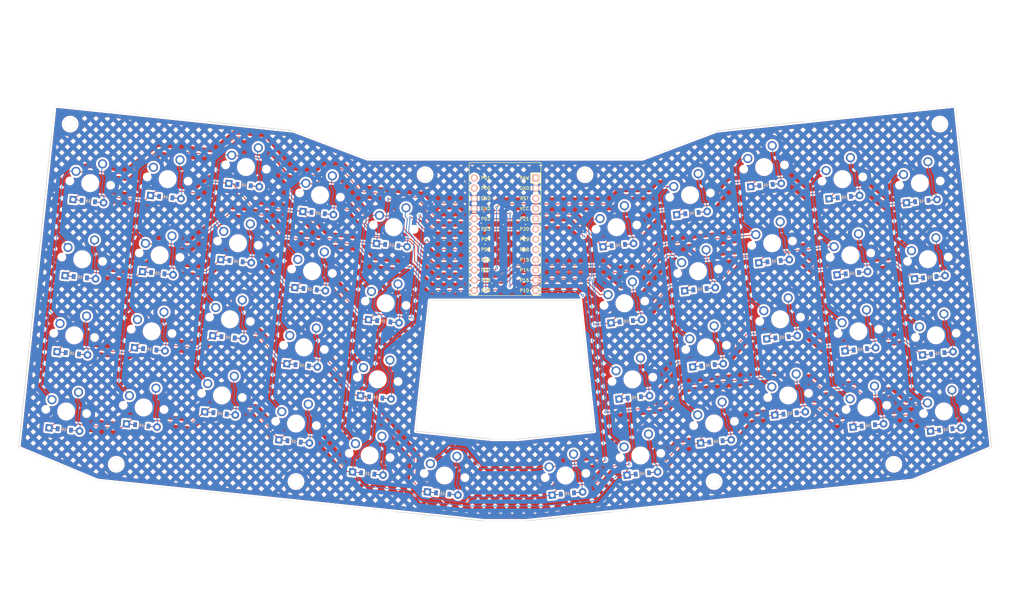
<source format=kicad_pcb>
(kicad_pcb (version 20221018) (generator pcbnew)
  (title_block (title "niu") (rev "v1.0.0") (company "Unknown"))
  (layers (0 "F.Cu" signal) (31 "B.Cu" signal) (34 "B.Paste" user) (35 "F.Paste" user) (36 "B.SilkS" user "B.Silkscreen") (37 "F.SilkS" user "F.Silkscreen") (38 "B.Mask" user) (39 "F.Mask" user) (44 "Edge.Cuts" user))
  (net 0 "")
  (net 1 "pinky_bottom")
  (net 2 "P16")
  (net 3 "pinky_home")
  (net 4 "pinky_top")
  (net 5 "pinky_num")
  (net 6 "ring_bottom")
  (net 7 "P9")
  (net 8 "ring_home")
  (net 9 "ring_top")
  (net 10 "ring_num")
  (net 11 "middle_bottom")
  (net 12 "P8")
  (net 13 "middle_home")
  (net 14 "middle_top")
  (net 15 "middle_num")
  (net 16 "index_bottom")
  (net 17 "P7")
  (net 18 "index_home")
  (net 19 "index_top")
  (net 20 "index_num")
  (net 21 "inner_bottom")
  (net 22 "P6")
  (net 23 "inner_home")
  (net 24 "inner_top")
  (net 25 "inner_num")
  (net 26 "thumb_home")
  (net 27 "P10")
  (net 28 "mirror_pinky_bottom")
  (net 29 "mirror_pinky_home")
  (net 30 "mirror_pinky_top")
  (net 31 "mirror_pinky_num")
  (net 32 "mirror_ring_bottom")
  (net 33 "mirror_ring_home")
  (net 34 "mirror_ring_top")
  (net 35 "mirror_ring_num")
  (net 36 "mirror_middle_bottom")
  (net 37 "mirror_middle_home")
  (net 38 "mirror_middle_top")
  (net 39 "mirror_middle_num")
  (net 40 "mirror_index_bottom")
  (net 41 "mirror_index_home")
  (net 42 "mirror_index_top")
  (net 43 "mirror_index_num")
  (net 44 "mirror_inner_bottom")
  (net 45 "mirror_inner_home")
  (net 46 "mirror_inner_top")
  (net 47 "mirror_inner_num")
  (net 48 "mirror_thumb_home")
  (net 49 "RAW")
  (net 50 "GND")
  (net 51 "RST")
  (net 52 "VCC")
  (net 53 "P21")
  (net 54 "P20")
  (net 55 "P19")
  (net 56 "P18")
  (net 57 "P15")
  (net 58 "P14")
  (net 59 "P1")
  (net 60 "P0")
  (net 61 "P2")
  (net 62 "P3")
  (net 63 "P4")
  (net 64 "P5")
  (footprint "MX" (layer "F.Cu") (at 142.492775 163.870235 -6)
    (fp_text reference "S17" hide)
    (fp_text value "" hide)
  )
  (footprint "MX" (layer "F.Cu") (at 73.180817 96.254759 -6)
    (fp_text reference "S4" hide)
    (fp_text value "" hide)
  )
  (footprint "ComboDiode" (layer "F.Cu") (at 105.380379 153.433762 -6)
    (fp_text reference "D9" hide)
    (fp_text value "" hide)
  )
  (footprint "ComboDiode" (layer "F.Cu") (at 260.230268 99.732581 6)
    (fp_text reference "D29" hide)
    (fp_text value "" hide)
  )
  (footprint "MX" (layer "F.Cu") (at 148.4509 107.182488 -6)
    (fp_text reference "S20" hide)
    (fp_text value "" hide)
  )
  (footprint "MX" (layer "F.Cu") (at 242.327373 111.166581 6)
    (fp_text reference "S32" hide)
    (fp_text value "" hide)
  )
  (footprint "ComboDiode" (layer "F.Cu") (at 68.738362 138.521937 -6)
    (fp_text reference "D2" hide)
    (fp_text value "" hide)
  )
  (footprint "MX" (layer "F.Cu") (at 284.927517 152.942509 6)
    (fp_text reference "S22" hide)
    (fp_text value "" hide)
  )
  (footprint "ComboDiode" (layer "F.Cu") (at 70.724401 119.626022 -6)
    (fp_text reference "D3" hide)
    (fp_text value "" hide)
  )
  (footprint "MX" (layer "F.Cu") (at 124.224028 155.917063 -6)
    (fp_text reference "S13" hide)
    (fp_text value "" hide)
  )
  (footprint "ComboDiode" (layer "F.Cu") (at 285.397893 157.417856 6)
    (fp_text reference "D22" hide)
    (fp_text value "" hide)
  )
  (footprint "ComboDiode" (layer "F.Cu") (at 129.711776 103.704664 -6)
    (fp_text reference "D16" hide)
    (fp_text value "" hide)
  )
  (footprint "ComboDiode" (layer "F.Cu") (at 89.933903 118.628497 -6)
    (fp_text reference "D7" hide)
    (fp_text value "" hide)
  )
  (footprint "MX" (layer "F.Cu") (at 86.432196 151.944982 -6)
    (fp_text reference "S5" hide)
    (fp_text value "" hide)
  )
  (footprint "MX" (layer "F.Cu") (at 146.464855 126.078403 -6)
    (fp_text reference "S19" hide)
    (fp_text value "" hide)
  )
  (footprint "MX" (layer "F.Cu") (at 126.210069 137.021147 -6)
    (fp_text reference "S14" hide)
    (fp_text value "" hide)
  )
  (footprint "MX" (layer "F.Cu") (at 261.745934 114.153148 6)
    (fp_text reference "S28" hide)
    (fp_text value "" hide)
  )
  (footprint "ComboDiode" (layer "F.Cu") (at 145.994478 130.553752 -6)
    (fp_text reference "D19" hide)
    (fp_text value "" hide)
  )
  (footprint "MX" (layer "F.Cu") (at 161.075105 168.839844 -6)
    (fp_text reference "S21" hide)
    (fp_text value "" hide)
  )
  (footprint "ProMicro" (layer "F.Cu") (at 176.075295 108.942508 -90)
    (fp_text reference "MCU1" hide)
    (fp_text value "" hide)
  )
  (footprint "ComboDiode" (layer "F.Cu") (at 191.545483 173.315189 6)
    (fp_text reference "D42" hide)
    (fp_text value "" hide)
  )
  (footprint "ComboDiode" (layer "F.Cu") (at 210.127814 168.345585 6)
    (fp_text reference "D38" hide)
    (fp_text value "" hide)
  )
  (footprint "MX" (layer "F.Cu") (at 259.759892 95.257234 6)
    (fp_text reference "S29" hide)
    (fp_text value "" hide)
  )
  (footprint "MX" (layer "F.Cu") (at 246.299454 148.958414 6)
    (fp_text reference "S30" hide)
    (fp_text value "" hide)
  )
  (footprint "MX" (layer "F.Cu") (at 209.657436 163.870235 6)
    (fp_text reference "S38" hide)
    (fp_text value "" hide)
  )
  (footprint "ComboDiode" (layer "F.Cu") (at 244.783792 134.537844 6)
    (fp_text reference "D31" hide)
    (fp_text value "" hide)
  )
  (footprint "MX" (layer "F.Cu") (at 88.418238 133.049066 -6)
    (fp_text reference "S6" hide)
    (fp_text value "" hide)
  )
  (footprint "ComboDiode" (layer "F.Cu") (at 281.425811 119.626025 6)
    (fp_text reference "D24" hide)
    (fp_text value "" hide)
  )
  (footprint "MX" (layer "F.Cu") (at 105.850755 148.958414 -6)
    (fp_text reference "S9" hide)
    (fp_text value "" hide)
  )
  (footprint "MX" (layer "F.Cu") (at 69.20874 134.04659 -6)
    (fp_text reference "S2" hide)
    (fp_text value "" hide)
  )
  (footprint "MX" (layer "F.Cu") (at 225.940142 137.021147 6)
    (fp_text reference "S35" hide)
    (fp_text value "" hide)
  )
  (footprint "MX" (layer "F.Cu") (at 128.19611 118.125231 -6)
    (fp_text reference "S15" hide)
    (fp_text value "" hide)
  )
  (footprint "ComboDiode" (layer "F.Cu") (at 142.022399 168.345583 -6)
    (fp_text reference "D17" hide)
    (fp_text value "" hide)
  )
  (footprint "ComboDiode" (layer "F.Cu") (at 246.769835 153.43376 6)
    (fp_text reference "D30" hide)
    (fp_text value "" hide)
  )
  (footprint "MX" (layer "F.Cu") (at 265.718013 151.944981 6)
    (fp_text reference "S26" hide)
    (fp_text value "" hide)
  )
  (footprint "ComboDiode" (layer "F.Cu") (at 264.202353 137.524415 6)
    (fp_text reference "D27" hide)
    (fp_text value "" hide)
  )
  (footprint "ComboDiode" (layer "F.Cu") (at 160.604726 173.31519 -6)
    (fp_text reference "D21" hide)
    (fp_text value "" hide)
  )
  (footprint "ComboDiode" (layer "F.Cu") (at 240.811713 96.746013 6)
    (fp_text reference "D33" hide)
    (fp_text value "" hide)
  )
  (footprint "ComboDiode" (layer "F.Cu") (at 144.008437 149.44967 -6)
    (fp_text reference "D18" hide)
    (fp_text value "" hide)
  )
  (footprint "ComboDiode" (layer "F.Cu") (at 224.424481 122.600579 6)
    (fp_text reference "D36" hide)
    (fp_text value "" hide)
  )
  (footprint "MX" (layer "F.Cu") (at 205.685353 126.078402 6)
    (fp_text reference "S40" hide)
    (fp_text value "" hide)
  )
  (footprint "ComboDiode" (layer "F.Cu") (at 109.352458 115.641928 -6)
    (fp_text reference "D11" hide)
    (fp_text value "" hide)
  )
  (footprint "MX" (layer "F.Cu") (at 223.954099 118.125232 6)
    (fp_text reference "S36" hide)
    (fp_text value "" hide)
  )
  (footprint "MX" (layer "F.Cu") (at 221.96806 99.229315 6)
    (fp_text reference "S37" hide)
    (fp_text value "" hide)
  )
  (footprint "MX" (layer "F.Cu") (at 263.731971 133.049065 6)
    (fp_text reference "S27" hide)
    (fp_text value "" hide)
  )
  (footprint "MX" (layer "F.Cu") (at 111.808878 92.270665 -6)
    (fp_text reference "S12" hide)
    (fp_text value "" hide)
  )
  (footprint "MX" (layer "F.Cu") (at 203.699316 107.182488 6)
    (fp_text reference "S41" hide)
    (fp_text value "" hide)
  )
  (footprint "MX" (layer "F.Cu") (at 67.222699 152.942507 -6)
    (fp_text reference "S1" hide)
    (fp_text value "" hide)
  )
  (footprint "ComboDiode" (layer "F.Cu") (at 66.752319 157.417856 -6)
    (fp_text reference "D1" hide)
    (fp_text value "" hide)
  )
  (footprint "MX" (layer "F.Cu") (at 282.941473 134.046589 6)
    (fp_text reference "S23" hide)
    (fp_text value "" hide)
  )
  (footprint "ComboDiode" (layer "F.Cu") (at 147.980521 111.657836 -6)
    (fp_text reference "D20" hide)
    (fp_text value "" hide)
  )
  (footprint "MX" (layer "F.Cu") (at 278.969391 96.254759 6)
    (fp_text reference "S25" hide)
    (fp_text value "" hide)
  )
  (footprint "ComboDiode" (layer "F.Cu") (at 242.797752 115.64193 6)
    (fp_text reference "D32" hide)
    (fp_text value "" hide)
  )
  (footprint "MX" (layer "F.Cu") (at 107.836798 130.062497 -6)
    (fp_text reference "S10" hide)
    (fp_text value "" hide)
  )
  (footprint "MX" (layer "F.Cu") (at 92.390321 95.257234 -6)
    (fp_text reference "S8" hide)
    (fp_text value "" hide)
  )
  (footprint "ComboDiode" (layer "F.Cu") (at 206.155732 130.553752 6)
    (fp_text reference "D40" hide)
    (fp_text value "" hide)
  )
  (footprint "MX" (layer "F.Cu") (at 207.671396 144.97432 6)
    (fp_text reference "S39" hide)
    (fp_text value "" hide)
  )
  (footprint "MX" (layer "F.Cu") (at 191.075104 168.839844 6)
    (fp_text reference "S42" hide)
    (fp_text value "" hide)
  )
  (footprint "ComboDiode" (layer "F.Cu") (at 91.919943 99.732583 -6)
    (fp_text reference "D8" hide)
    (fp_text value "" hide)
  )
  (footprint "ComboDiode" (layer "F.Cu") (at 107.366419 134.537846 -6)
    (fp_text reference "D10" hide)
    (fp_text value "" hide)
  )
  (footprint "ComboDiode" (layer "F.Cu") (at 204.169693 111.657835 6)
    (fp_text reference "D41" hide)
    (fp_text value "" hide)
  )
  (footprint "MX" (layer "F.Cu") (at 71.194777 115.150674 -6)
    (fp_text reference "S3" hide)
    (fp_text value "" hide)
  )
  (footprint "MX" (layer "F.Cu") (at 130.182153 99.229315 -6)
    (fp_text reference "S16" hide)
    (fp_text value "" hide)
  )
  (footprint "ComboDiode" (layer "F.Cu") (at 222.438436 103.704661 6)
    (fp_text reference "D37" hide)
    (fp_text value "" hide)
  )
  (footprint "ComboDiode" (layer "F.Cu") (at 72.710438 100.730107 -6)
    (fp_text reference "D4" hide)
    (fp_text value "" hide)
  )
  (footprint "ComboDiode" (layer "F.Cu") (at 127.725733 122.600581 -6)
    (fp_text reference "D15" hide)
    (fp_text value "" hide)
  )
  (footprint "MX" (layer "F.Cu") (at 144.478816 144.974319 -6)
    (fp_text reference "S18" hide)
    (fp_text value "" hide)
  )
  (footprint "MX" (layer "F.Cu") (at 244.313415 130.062496 6)
    (fp_text reference "S31" hide)
    (fp_text value "" hide)
  )
  (footprint "ComboDiode" (layer "F.Cu") (at 283.411853 138.521939 6)
    (fp_text reference "D23" hide)
    (fp_text value "" hide)
  )
  (footprint "ComboDiode" (layer "F.Cu") (at 111.338503 96.746014 -6)
    (fp_text reference "D12" hide)
    (fp_text value "" hide)
  )
  (footprint "ComboDiode" (layer "F.Cu") (at 87.947862 137.524414 -6)
    (fp_text reference "D6" hide)
    (fp_text value "" hide)
  )
  (footprint "ComboDiode" (layer "F.Cu") (at 266.188389 156.420331 6)
    (fp_text reference "D26" hide)
    (fp_text value "" hide)
  )
  (footprint "ComboDiode" (layer "F.Cu") (at 226.41052 141.496496 6)
    (fp_text reference "D35" hide)
    (fp_text value "" hide)
  )
  (footprint "MX" (layer "F.Cu") (at 227.926181 155.917064 6)
    (fp_text reference "S34" hide)
    (fp_text value "" hide)
  )
  (footprint "ComboDiode" (layer "F.Cu") (at 279.439769 100.730107 6)
    (fp_text reference "D25" hide)
    (fp_text value "" hide)
  )
  (footprint "ComboDiode" (layer "F.Cu") (at 85.961817 156.420329 -6)
    (fp_text reference "D5" hide)
    (fp_text value "" hide)
  )
  (footprint "ComboDiode" (layer "F.Cu") (at 125.739691 141.496496 -6)
    (fp_text reference "D14" hide)
    (fp_text value "" hide)
  )
  (footprint "MX" (layer "F.Cu") (at 280.955432 115.150674 6)
    (fp_text reference "S24" hide)
    (fp_text value "" hide)
  )
  (footprint "ComboDiode" (layer "F.Cu") (at 123.753651 160.392412 -6)
    (fp_text reference "D13" hide)
    (fp_text value "" hide)
  )
  (footprint "MX" (layer "F.Cu") (at 90.40428 114.15315 -6)
    (fp_text reference "S7" hide)
    (fp_text value "" hide)
  )
  (footprint "ComboDiode" (layer "F.Cu") (at 208.141773 149.44967 6)
    (fp_text reference "D39" hide)
    (fp_text value "" hide)
  )
  (footprint "MX" (layer "F.Cu") (at 109.822836 111.166581 -6)
    (fp_text reference "S11" hide)
    (fp_text value "" hide)
  )
  (footprint "MX" (layer "F.Cu") (at 240.341334 92.270664 6)
    (fp_text reference "S33" hide)
    (fp_text value "" hide)
  )
  (footprint "ComboDiode" (layer "F.Cu") (at 228.396558 160.392409 6)
    (fp_text reference "D34" hide)
    (fp_text value "" hide)
  )
  (footprint "ComboDiode" (layer "F.Cu") (at 262.216311 118.628499 6)
    (fp_text reference "D28" hide)
    (fp_text value "" hide)
  )
  (gr_line (start 172.882136 159.824628) (end 179.268081 159.824626) (stroke (width 0.05)) (layer "Edge.Cuts"))
  (gr_line (start 102.134235 80.997633) (end 64.342696 77.042506) (stroke (width 0.05)) (layer "Edge.Cuts"))
  (gr_line (start 288.644039 84.98173) (end 296.73454 161.957721) (stroke (width 0.15)) (layer "Edge.Cuts"))
  (gr_line (start 277.192695 170.102505) (end 296.73454 161.957721) (stroke (width 0.05)) (layer "Edge.Cuts"))
  (gr_circle (center 195.908335 94.172506) (end 197.508333 94.172503) (stroke (width 0.05)) (fill none) (layer "Edge.Cuts"))
  (gr_line (start 149.268078 177.855058) (end 170.74975 180.11287) (stroke (width 0.15)) (layer "Edge.Cuts"))
  (gr_circle (center 283.944039 81.612504) (end 285.544037 81.612507) (stroke (width 0.05)) (fill none) (layer "Edge.Cuts"))
  (gr_line (start 228.534308 83.255447) (end 210.161034 90.214099) (stroke (width 0.05)) (layer "Edge.Cuts"))
  (gr_circle (center 227.926181 170.352508) (end 229.526183 170.352505) (stroke (width 0.05)) (fill none) (layer "Edge.Cuts"))
  (gr_line (start 172.882136 159.824628) (end 153.986217 157.838585) (stroke (width 0.15)) (layer "Edge.Cuts"))
  (gr_circle (center 272.508991 166.062504) (end 274.10899 166.062508) (stroke (width 0.05)) (fill none) (layer "Edge.Cuts"))
  (gr_line (start 55.415669 161.957722) (end 74.972698 170.102507) (stroke (width 0.05)) (layer "Edge.Cuts"))
  (gr_line (start 55.415669 161.957722) (end 63.506171 84.981729) (stroke (width 0.15)) (layer "Edge.Cuts"))
  (gr_line (start 149.268078 177.855058) (end 74.972698 170.102507) (stroke (width 0.05)) (layer "Edge.Cuts"))
  (gr_circle (center 68.206171 81.612507) (end 69.806175 81.612504) (stroke (width 0.05)) (fill none) (layer "Edge.Cuts"))
  (gr_line (start 198.163995 157.838587) (end 194.732696 125.392505) (stroke (width 0.05)) (layer "Edge.Cuts"))
  (gr_line (start 157.412698 125.382506) (end 194.732696 125.392505) (stroke (width 0.05)) (layer "Edge.Cuts"))
  (gr_line (start 198.163995 157.838587) (end 179.268081 159.824626) (stroke (width 0.15)) (layer "Edge.Cuts"))
  (gr_line (start 153.986217 157.838585) (end 157.412698 125.382506) (stroke (width 0.05)) (layer "Edge.Cuts"))
  (gr_line (start 63.506171 84.981729) (end 64.342696 77.042506) (stroke (width 0.05)) (layer "Edge.Cuts"))
  (gr_line (start 181.400459 180.112873) (end 202.882134 177.855057) (stroke (width 0.15)) (layer "Edge.Cuts"))
  (gr_line (start 250.01598 80.997635) (end 228.534308 83.255447) (stroke (width 0.15)) (layer "Edge.Cuts"))
  (gr_circle (center 156.241873 94.172505) (end 157.841876 94.172507) (stroke (width 0.05)) (fill none) (layer "Edge.Cuts"))
  (gr_line (start 123.615908 83.255449) (end 102.134235 80.997633) (stroke (width 0.15)) (layer "Edge.Cuts"))
  (gr_line (start 250.01598 80.997635) (end 287.812698 77.042504) (stroke (width 0.05)) (layer "Edge.Cuts"))
  (gr_line (start 123.615908 83.255449) (end 141.98918 90.214099) (stroke (width 0.05)) (layer "Edge.Cuts"))
  (gr_line (start 170.74975 180.11287) (end 181.400459 180.112873) (stroke (width 0.05)) (layer "Edge.Cuts"))
  (gr_circle (center 124.224032 170.352504) (end 125.824031 170.352507) (stroke (width 0.05)) (fill none) (layer "Edge.Cuts"))
  (gr_line (start 202.882134 177.855057) (end 277.192695 170.102505) (stroke (width 0.05)) (layer "Edge.Cuts"))
  (gr_line (start 141.98918 90.214099) (end 210.161034 90.214099) (stroke (width 0.05)) (layer "Edge.Cuts"))
  (gr_circle (center 79.641218 166.062506) (end 81.241218 166.062506) (stroke (width 0.05)) (fill none) (layer "Edge.Cuts"))
  (gr_line (start 288.644039 84.98173) (end 287.812698 77.042504) (stroke (width 0.05)) (layer "Edge.Cuts"))
  (segment (start 68.39328 157.590326) (end 70.541446 157.816106) (width 0.2) (layer "F.Cu") (net 1))
  (segment (start 70.032155 150.511902) (end 70.478342 151.062894) (width 0.2) (layer "B.Cu") (net 1))
  (segment (start 70.279786 148.155837) (end 70.032155 150.511902) (width 0.2) (layer "B.Cu") (net 1))
  (segment (start 70.01319 155.488518) (end 70.697294 156.333316) (width 0.2) (layer "B.Cu") (net 1))
  (segment (start 68.39328 157.590326) (end 70.541446 157.816106) (width 0.2) (layer "B.Cu") (net 1))
  (segment (start 70.478342 151.062894) (end 70.01319 155.488518) (width 0.2) (layer "B.Cu") (net 1))
  (segment (start 70.697294 156.333316) (end 70.541446 157.816106) (width 0.2) (layer "B.Cu") (net 1))
  (segment (start 196.862149 120.372508) (end 197.486023 120.306936) (width 0.2) (layer "F.Cu") (net 2))
  (segment (start 71.329692 93.506206) (end 71.922766 93.025945) (width 0.2) (layer "F.Cu") (net 2))
  (segment (start 178.727493 120.372507) (end 196.862149 120.372508) (width 0.2) (layer "F.Cu") (net 2))
  (segment (start 122.865101 93.664367) (end 129.349383 94.345892) (width 0.2) (layer "F.Cu") (net 2))
  (segment (start 116.243551 85.48743) (end 122.865101 93.664367) (width 0.2) (layer "F.Cu") (net 2))
  (segment (start 90.282619 87.866808) (end 103.758393 89.283172) (width 0.2) (layer "F.Cu") (net 2))
  (segment (start 177.32 103.799999) (end 167.979999 103.8) (width 0.2) (layer "F.Cu") (net 2))
  (segment (start 272.38986 149.05851) (end 271.697458 148.497813) (width 0.2) (layer "F.Cu") (net 2))
  (segment (start 135.598802 92.669954) (end 140.182267 98.330064) (width 0.2) (layer "F.Cu") (net 2))
  (segment (start 197.486023 120.306936) (end 197.50652 120.323533) (width 0.2) (layer "F.Cu") (net 2))
  (segment (start 167.979999 103.8) (end 165.4 101.220001) (width 0.2) (layer "F.Cu") (net 2))
  (segment (start 252.149133 145.233286) (end 245.585292 145.923173) (width 0.2) (layer "F.Cu") (net 2))
  (segment (start 262.500104 146.900448) (end 255.160531 147.671868) (width 0.2) (layer "F.Cu") (net 2))
  (segment (start 275.283949 151.402096) (end 272.38986 149.05851) (width 0.2) (layer "F.Cu") (net 2))
  (segment (start 177.28 121.820001) (end 178.727493 120.372507) (width 0.2) (layer "F.Cu") (net 2))
  (segment (start 253.204224 146.08768) (end 252.149133 145.233286) (width 0.2) (layer "F.Cu") (net 2))
  (segment (start 215.916727 151.60551) (end 200.999396 153.173384) (width 0.2) (layer "F.Cu") (net 2))
  (segment (start 267.062987 148.984914) (end 265.302681 149.169931) (width 0.2) (layer "F.Cu") (net 2))
  (segment (start 131.89918 92.281108) (end 135.598802 92.669954) (width 0.2) (layer "F.Cu") (net 2))
  (segment (start 245.08803 145.975436) (end 242.88993 144.19545) (width 0.2) (layer "F.Cu") (net 2))
  (segment (start 156.779979 101.22) (end 155.5 99.940021) (width 0.2) (layer "F.Cu") (net 2))
  (segment (start 255.160531 147.671868) (end 253.204224 146.08768) (width 0.2) (layer "F.Cu") (net 2))
  (segment (start 82.534317 94.141264) (end 90.282619 87.866808) (width 0.2) (layer "F.Cu") (net 2))
  (segment (start 129.349383 94.345892) (end 131.89918 92.281108) (width 0.2) (layer "F.Cu") (net 2))
  (segment (start 200.999396 153.173384) (end 200.955435 153.137788) (width 0.2) (layer "F.Cu") (net 2))
  (segment (start 109.341566 84.762004) (end 116.243551 85.48743) (width 0.2) (layer "F.Cu") (net 2))
  (segment (start 219.966197 146.604832) (end 215.916727 151.60551) (width 0.2) (layer "F.Cu") (net 2))
  (segment (start 140.182267 98.330064) (end 155.5 99.940021) (width 0.2) (layer "F.Cu") (net 2))
  (segment (start 103.758393 89.283172) (end 109.341566 84.762004) (width 0.2) (layer "F.Cu") (net 2))
  (segment (start 242.88993 144.19545) (end 219.966197 146.604832) (width 0.2) (layer "F.Cu") (net 2))
  (segment (start 245.585292 145.923173) (end 245.08803 145.975436) (width 0.2) (layer "F.Cu") (net 2))
  (segment (start 165.4 101.220001) (end 156.779979 101.22) (width 0.2) (layer "F.Cu") (net 2))
  (segment (start 69.657192 93.330419) (end 71.329692 93.506206) (width 0.2) (layer "F.Cu") (net 2))
  (segment (start 71.922766 93.025945) (end 82.534317 94.141264) (width 0.2) (layer "F.Cu") (net 2))
  (segment (start 265.302681 149.169931) (end 262.500104 146.900448) (width 0.2) (layer "F.Cu") (net 2))
  (segment (start 271.697458 148.497813) (end 267.062987 148.984914) (width 0.2) (layer "F.Cu") (net 2))
  (segment (start 280.872887 150.814675) (end 275.283949 151.402096) (width 0.2) (layer "F.Cu") (net 2))
  (via (at 200.955435 153.137788) (size 0.6) (drill 0.3) (layers "F.Cu" "B.Cu") (net 2))
  (via (at 177.28 121.820001) (size 0.6) (drill 0.3) (layers "F.Cu" "B.Cu") (net 2))
  (via (at 197.50652 120.323533) (size 0.6) (drill 0.3) (layers "F.Cu" "B.Cu") (net 2))
  (via (at 177.32 103.799999) (size 0.6) (drill 0.3) (layers "F.Cu" "B.Cu") (net 2))
  (segment (start 271.637563 96.650045) (end 273.028867 109.88741) (width 0.2) (layer "B.Cu") (net 2))
  (segment (start 64.922262 108.831738) (end 62.936219 127.727652) (width 0.2) (layer "B.Cu") (net 2))
  (segment (start 62.936219 127.727652) (end 60.950179 146.62357) (width 0.2) (layer "B.Cu") (net 2))
  (segment (start 177.280001 103.84) (end 177.32 103.799999) (width 0.2) (layer "B.Cu") (net 2))
  (segment (start 273.028867 109.88741) (end 275.014906 128.783323) (width 0.2) (layer "B.Cu") (net 2))
  (segment (start 200.955435 153.137788) (end 201.132989 152.918526) (width 0.2) (layer "B.Cu") (net 2))
  (segment (start 69.657192 93.330419) (end 68.415744 93.199939) (width 0.2) (layer "B.Cu") (net 2))
  (segment (start 66.393077 94.837861) (end 64.922262 108.831738) (width 0.2) (layer "B.Cu") (net 2))
  (segment (start 60.950179 146.62357) (end 63.699071 150.018169) (width 0.2) (layer "B.Cu") (net 2))
  (segment (start 197.725779 120.501086) (end 197.50652 120.323533) (width 0.2) (layer "B.Cu") (net 2))
  (segment (start 68.415744 93.199939) (end 66.393077 94.837861) (width 0.2) (layer "B.Cu") (net 2))
  (segment (start 177.28 121.820001) (end 177.280001 103.84) (width 0.2) (layer "B.Cu") (net 2))
  (segment (start 274.914763 94.126926) (end 273.565941 94.268692) (width 0.2) (layer "B.Cu") (net 2))
  (segment (start 277.000946 147.679238) (end 280.872887 150.814675) (width 0.2) (layer "B.Cu") (net 2))
  (segment (start 64.922262 108.831738) (end 67.671151 112.226335) (width 0.2) (layer "B.Cu") (net 2))
  (segment (start 62.936219 127.727652) (end 65.685111 131.122251) (width 0.2) (layer "B.Cu") (net 2))
  (segment (start 200.76761 149.442172) (end 197.725779 120.501086) (width 0.2) (layer "B.Cu") (net 2))
  (segment (start 201.132989 152.918526) (end 200.76761 149.442172) (width 0.2) (layer "B.Cu") (net 2))
  (segment (start 273.028867 109.88741) (end 276.900802 113.022843) (width 0.2) (layer "B.Cu") (net 2))
  (segment (start 275.014906 128.783323) (end 278.886843 131.918757) (width 0.2) (layer "B.Cu") (net 2))
  (segment (start 275.014906 128.783323) (end 277.000946 147.679238) (width 0.2) (layer "B.Cu") (net 2))
  (segment (start 273.565941 94.268692) (end 271.637563 96.650045) (width 0.2) (layer "B.Cu") (net 2))
  (segment (start 70.379322 138.69441) (end 72.527487 138.920191) (width 0.2) (layer "F.Cu") (net 3))
  (segment (start 71.97743 132.003846) (end 72.441414 132.576821) (width 0.2) (layer "B.Cu") (net 3))
  (segment (start 72.441414 132.576821) (end 72.012847 136.654363) (width 0.2) (layer "B.Cu") (net 3))
  (segment (start 72.265829 129.259921) (end 71.97743 132.003846) (width 0.2) (layer "B.Cu") (net 3))
  (segment (start 72.012847 136.654363) (end 72.679153 137.477181) (width 0.2) (layer "B.Cu") (net 3))
  (segment (start 70.379322 138.69441) (end 72.527487 138.920191) (width 0.2) (layer "B.Cu") (net 3))
  (segment (start 72.679153 137.477181) (end 72.527487 138.920191) (width 0.2) (layer "B.Cu") (net 3))
  (segment (start 72.36536 119.798494) (end 74.513529 120.024277) (width 0.2) (layer "F.Cu") (net 4))
  (segment (start 74.577708 113.877691) (end 74.241129 117.08005) (width 0.2) (layer "B.Cu") (net 4))
  (segment (start 74.241129 117.08005) (end 74.756135 117.716031) (width 0.2) (layer "B.Cu") (net 4))
  (segment (start 72.36536 119.798494) (end 74.513529 120.024277) (width 0.2) (layer "B.Cu") (net 4))
  (segment (start 74.251867 110.364006) (end 73.962424 113.117877) (width 0.2) (layer "B.Cu") (net 4))
  (segment (start 73.962424 113.117877) (end 74.577708 113.877691) (width 0.2) (layer "B.Cu") (net 4))
  (segment (start 74.756135 117.716031) (end 74.513529 120.024277) (width 0.2) (layer "B.Cu") (net 4))
  (segment (start 74.3514 100.90258) (end 76.499568 101.12836) (width 0.2) (layer "F.Cu") (net 5))
  (segment (start 75.939415 99.008572) (end 76.632418 99.864363) (width 0.2) (layer "B.Cu") (net 5))
  (segment (start 76.632418 99.864363) (end 76.499568 101.12836) (width 0.2) (layer "B.Cu") (net 5))
  (segment (start 75.942192 94.281633) (end 76.37948 94.82164) (width 0.2) (layer "B.Cu") (net 5))
  (segment (start 74.3514 100.90258) (end 76.499568 101.12836) (width 0.2) (layer "B.Cu") (net 5))
  (segment (start 76.37948 94.82164) (end 75.939415 99.008572) (width 0.2) (layer "B.Cu") (net 5))
  (segment (start 76.237909 91.468091) (end 75.942192 94.281633) (width 0.2) (layer "B.Cu") (net 5))
  (segment (start 87.60278 156.592801) (end 89.750948 156.818584) (width 0.2) (layer "F.Cu") (net 6))
  (segment (start 87.60278 156.592801) (end 89.750948 156.818584) (width 0.2) (layer "B.Cu") (net 6))
  (segment (start 89.40012 154.429199) (end 89.932926 155.08716) (width 0.2) (layer "B.Cu") (net 6))
  (segment (start 89.208205 149.832621) (end 89.805693 150.570453) (width 0.2) (layer "B.Cu") (net 6))
  (segment (start 89.805693 150.570453) (end 89.40012 154.429199) (width 0.2) (layer "B.Cu") (net 6))
  (segment (start 89.489288 147.158313) (end 89.208205 149.832621) (width 0.2) (layer "B.Cu") (net 6))
  (segment (start 89.932926 155.08716) (end 89.750948 156.818584) (width 0.2) (layer "B.Cu") (net 6))
  (segment (start 199.81031 119.191523) (end 204.646135 123.107494) (width 0.2) (layer "F.Cu") (net 7))
  (segment (start 152.730104 116.993909) (end 154.919486 119.697573) (width 0.2) (layer "F.Cu") (net 7))
  (segment (start 216.279566 114.303239) (end 221.381464 113.767007) (width 0.2) (layer "F.Cu") (net 7))
  (segment (start 184.932507 119.972507) (end 196.22 119.972508) (width 0.2) (layer "F.Cu") (net 7))
  (segment (start 169.537803 121.83) (end 175.64 121.83) (width 0.2) (layer "F.Cu") (net 7))
  (segment (start 209.569014 122.590077) (end 216.279566 114.303239) (width 0.2) (layer "F.Cu") (net 7))
  (segment (start 139.507556 111.541911) (end 143.103133 115.982076) (width 0.2) (layer "F.Cu") (net 7))
  (segment (start 88.851512 111.435955) (end 89.433592 110.964594) (width 0.2) (layer "F.Cu") (net 7))
  (segment (start 178.273792 119.196208) (end 184.182535 119.196208) (width 0.2) (layer "F.Cu") (net 7))
  (segment (start 175.64 121.83) (end 178.273792 119.196208) (width 0.2) (layer "F.Cu") (net 7))
  (segment (start 196.22 119.972508) (end 196.9963 119.196208) (width 0.2) (layer "F.Cu") (net 7))
  (segment (start 121.238189 109.621724) (end 139.507556 111.541911) (width 0.2) (layer "F.Cu") (net 7))
  (segment (start 184.89 119.903673) (end 184.89 119.93) (width 0.2) (layer "F.Cu") (net 7))
  (segment (start 221.381464 113.767007) (end 223.348763 115.360095) (width 0.2) (layer "F.Cu") (net 7))
  (segment (start 168.455295 122.912508) (end 158.134421 122.912509) (width 0.2) (layer "F.Cu") (net 7))
  (segment (start 108.220702 103.366763) (end 116.912821 104.280338) (width 0.2) (layer "F.Cu") (net 7))
  (segment (start 143.103133 115.982076) (end 152.730104 116.993909) (width 0.2) (layer "F.Cu") (net 7))
  (segment (start 184.182535 119.196208) (end 184.89 119.903673) (width 0.2) (layer "F.Cu") (net 7))
  (segment (start 89.433592 110.964594) (end 97.757741 111.839496) (width 0.2) (layer "F.Cu") (net 7))
  (segment (start 196.9963 119.196208) (end 199.805624 119.196208) (width 0.2) (layer "F.Cu") (net 7))
  (segment (start 257.621773 111.969013) (end 223.579566 115.546994) (width 0.2) (layer "F.Cu") (net 7))
  (segment (start 184.89 119.93) (end 184.932507 119.972507) (width 0.2) (layer "F.Cu") (net 7))
  (segment (start 204.646135 123.107494) (end 209.569014 122.590077) (width 0.2) (layer "F.Cu") (net 7))
  (segment (start 223.579566 115.546994) (end 223.112466 115.168745) (width 0.2) (layer "F.Cu") (net 7))
  (segment (start 257.691302 112.025317) (end 257.621773 111.969013) (width 0.2) (layer "F.Cu") (net 7))
  (segment (start 97.757741 111.839496) (end 108.220702 103.366763) (width 0.2) (layer "F.Cu") (net 7))
  (segment (start 116.912821 104.280338) (end 121.238189 109.621724) (width 0.2) (layer "F.Cu") (net 7))
  (segment (start 199.805624 119.196208) (end 199.81031 119.191523) (width 0.2) (layer "F.Cu") (net 7))
  (segment (start 168.455295 122.912508) (end 169.537803 121.83) (width 0.2) (layer "F.Cu") (net 7))
  (segment (start 158.134421 122.912509) (end 154.919486 119.697573) (width 0.2) (layer "F.Cu") (net 7))
  (segment (start 86.880655 111.228811) (end 88.851512 111.435955) (width 0.2) (layer "F.Cu") (net 7))
  (segment (start 82.225823 126.829045) (end 84.894614 130.124727) (width 0.2) (layer "B.Cu") (net 7))
  (segment (start 254.286826 93.278487) (end 252.055847 96.033516) (width 0.2) (layer "B.Cu") (net 7))
  (segment (start 255.354794 127.420905) (end 257.340836 146.316818) (width 0.2) (layer "B.Cu") (net 7))
  (segment (start 82.225823 126.829045) (end 80.239783 145.72496) (width 0.2) (layer "B.Cu") (net 7))
  (segment (start 255.354794 127.420905) (end 259.67734 130.921234) (width 0.2) (layer "B.Cu") (net 7))
  (segment (start 84.211861 107.933128) (end 82.225823 126.829045) (width 0.2) (layer "B.Cu") (net 7))
  (segment (start 255.70526 93.129402) (end 254.286826 93.278487) (width 0.2) (layer "B.Cu") (net 7))
  (segment (start 252.055847 96.033516) (end 253.368752 108.524986) (width 0.2) (layer "B.Cu") (net 7))
  (segment (start 80.239783 145.72496) (end 82.908569 149.020643) (width 0.2) (layer "B.Cu") (net 7))
  (segment (start 253.368752 108.524986) (end 257.691302 112.025317) (width 0.2) (layer "B.Cu") (net 7))
  (segment (start 88.866695 92.332895) (end 87.048423 92.141787) (width 0.2) (layer "B.Cu") (net 7))
  (segment (start 87.048423 92.141787) (end 85.762122 93.183414) (width 0.2) (layer "B.Cu") (net 7))
  (segment (start 84.211861 107.933128) (end 86.880655 111.228811) (width 0.2) (layer "B.Cu") (net 7))
  (segment (start 257.340836 146.316818) (end 261.663382 149.81715) (width 0.2) (layer "B.Cu") (net 7))
  (segment (start 253.368752 108.524986) (end 255.354794 127.420905) (width 0.2) (layer "B.Cu") (net 7))
  (segment (start 85.762122 93.183414) (end 84.211861 107.933128) (width 0.2) (layer "B.Cu") (net 7))
  (segment (start 89.588821 137.696887) (end 91.736988 137.922667) (width 0.2) (layer "F.Cu") (net 8))
  (segment (start 91.219335 130.698021) (end 91.69222 131.281987) (width 0.2) (layer "B.Cu") (net 8))
  (segment (start 91.991093 135.505023) (end 91.736988 137.922667) (width 0.2) (layer "B.Cu") (net 8))
  (segment (start 91.69222 131.281987) (end 91.333686 134.693197) (width 0.2) (layer "B.Cu") (net 8))
  (segment (start 91.475327 128.262397) (end 91.219335 130.698021) (width 0.2) (layer "B.Cu") (net 8))
  (segment (start 89.588821 137.696887) (end 91.736988 137.922667) (width 0.2) (layer "B.Cu") (net 8))
  (segment (start 91.333686 134.693197) (end 91.991093 135.505023) (width 0.2) (layer "B.Cu") (net 8))
  (segment (start 91.574863 118.80097) (end 93.723029 119.026752) (width 0.2) (layer "F.Cu") (net 9))
  (segment (start 93.386897 116.880235) (end 93.884105 117.494234) (width 0.2) (layer "B.Cu") (net 9))
  (segment (start 93.884105 117.494234) (end 93.723029 119.026752) (width 0.2) (layer "B.Cu") (net 9))
  (segment (start 93.461369 109.366481) (end 93.20433 111.812051) (width 0.2) (layer "B.Cu") (net 9))
  (segment (start 93.837416 112.593845) (end 93.386897 116.880235) (width 0.2) (layer "B.Cu") (net 9))
  (segment (start 91.574863 118.80097) (end 93.723029 119.026752) (width 0.2) (layer "B.Cu") (net 9))
  (segment (start 93.20433 111.812051) (end 93.837416 112.593845) (width 0.2) (layer "B.Cu") (net 9))
  (segment (start 93.560905 99.905052) (end 95.709071 100.130835) (width 0.2) (layer "F.Cu") (net 10))
  (segment (start 95.225912 92.577997) (end 95.743293 93.216915) (width 0.2) (layer "B.Cu") (net 10))
  (segment (start 95.951677 97.822588) (end 95.709071 100.130835) (width 0.2) (layer "B.Cu") (net 10))
  (segment (start 93.560905 99.905052) (end 95.709071 100.130835) (width 0.2) (layer "B.Cu") (net 10))
  (segment (start 95.447413 90.470566) (end 95.225912 92.577997) (width 0.2) (layer "B.Cu") (net 10))
  (segment (start 95.338773 97.065714) (end 95.951677 97.822588) (width 0.2) (layer "B.Cu") (net 10))
  (segment (start 95.743293 93.216915) (end 95.338773 97.065714) (width 0.2) (layer "B.Cu") (net 10))
  (segment (start 107.021338 153.606234) (end 109.169508 153.832015) (width 0.2) (layer "F.Cu") (net 11))
  (segment (start 109.443473 151.225413) (end 109.169508 153.832015) (width 0.2) (layer "B.Cu") (net 11))
  (segment (start 108.634081 146.776437) (end 109.062468 147.30545) (width 0.2) (layer "B.Cu") (net 11))
  (segment (start 109.062468 147.30545) (end 108.741566 150.358632) (width 0.2) (layer "B.Cu") (net 11))
  (segment (start 108.741566 150.358632) (end 109.443473 151.225413) (width 0.2) (layer "B.Cu") (net 11))
  (segment (start 107.021338 153.606234) (end 109.169508 153.832015) (width 0.2) (layer "B.Cu") (net 11))
  (segment (start 108.907849 144.171743) (end 108.634081 146.776437) (width 0.2) (layer "B.Cu") (net 11))
  (segment (start 153.235775 111.478641) (end 152.401967 110.644831) (width 0.2) (layer "F.Cu") (net 12))
  (segment (start 152.401967 110.644831) (end 143.709844 109.731252) (width 0.2) (layer "F.Cu") (net 12))
  (segment (start 203.10642 118.503213) (end 201.842512 117.479722) (width 0.2) (layer "F.Cu") (net 12))
  (segment (start 178.203793 116.656207) (end 201.018999 116.656209) (width 0.2) (layer "F.Cu") (net 12))
  (segment (start 238.272744 109.038748) (end 215.283129 111.455053) (width 0.2) (layer "F.Cu") (net 12))
  (segment (start 158.372508 120.372508) (end 153.65 115.65) (width 0.2) (layer "F.Cu") (net 12))
  (segment (start 153.65 111.990165) (end 153.235775 111.478641) (width 0.2) (layer "F.Cu") (net 12))
  (segment (start 168.455295 120.372507) (end 158.372508 120.372508) (width 0.2) (layer "F.Cu") (net 12))
  (segment (start 122.488589 95.907298) (end 118.002684 90.367669) (width 0.2) (layer "F.Cu") (net 12))
  (segment (start 210.373269 117.518225) (end 210.177473 117.760016) (width 0.2) (layer "F.Cu") (net 12))
  (segment (start 122.201133 98.642233) (end 122.488589 95.907298) (width 0.2) (layer "F.Cu") (net 12))
  (segment (start 201.018999 116.656209) (end 201.842512 117.479722) (width 0.2) (layer "F.Cu") (net 12))
  (segment (start 124.452817 101.422828) (end 122.201133 98.642233) (width 0.2) (layer "F.Cu") (net 12))
  (segment (start 153.65 115.65) (end 153.65 111.990165) (width 0.2) (layer "F.Cu") (net 12))
  (segment (start 143.709844 109.731252) (end 138.147386 102.862186) (width 0.2) (layer "F.Cu") (net 12))
  (segment (start 215.283129 111.455053) (end 210.373269 117.518225) (width 0.2) (layer "F.Cu") (net 12))
  (segment (start 118.002684 90.367669) (end 108.285254 89.346326) (width 0.2) (layer "F.Cu") (net 12))
  (segment (start 168.455295 120.372507) (end 174.487492 120.372509) (width 0.2) (layer "F.Cu") (net 12))
  (segment (start 210.177473 117.760016) (end 203.10642 118.503213) (width 0.2) (layer "F.Cu") (net 12))
  (segment (start 138.147386 102.862186) (end 124.452817 101.422828) (width 0.2) (layer "F.Cu") (net 12))
  (segment (start 174.487492 120.372509) (end 178.203793 116.656207) (width 0.2) (layer "F.Cu") (net 12))
  (segment (start 103.416822 104.682787) (end 101.430781 123.578703) (width 0.2) (layer "B.Cu") (net 12))
  (segment (start 236.848449 125.173028) (end 238.834487 144.068944) (width 0.2) (layer "B.Cu") (net 12))
  (segment (start 233.3833 92.204351) (end 234.862407 106.277114) (width 0.2) (layer "B.Cu") (net 12))
  (segment (start 236.286705 90.142831) (end 234.937885 90.284598) (width 0.2) (layer "B.Cu") (net 12))
  (segment (start 103.416822 104.682787) (end 106.299211 108.242243) (width 0.2) (layer "B.Cu") (net 12))
  (segment (start 234.937885 90.284598) (end 233.3833 92.204351) (width 0.2) (layer "B.Cu") (net 12))
  (segment (start 236.848449 125.173028) (end 240.258781 127.934662) (width 0.2) (layer "B.Cu") (net 12))
  (segment (start 108.285254 89.346326) (end 106.90457 89.201209) (width 0.2) (layer "B.Cu") (net 12))
  (segment (start 101.430781 123.578703) (end 104.313171 127.138158) (width 0.2) (layer "B.Cu") (net 12))
  (segment (start 101.430781 123.578703) (end 99.44474 142.474619) (width 0.2) (layer "B.Cu") (net 12))
  (segment (start 104.870913 90.848034) (end 103.416822 104.682787) (width 0.2) (layer "B.Cu") (net 12))
  (segment (start 99.44474 142.474619) (end 102.327131 146.034075) (width 0.2) (layer "B.Cu") (net 12))
  (segment (start 234.862407 106.277114) (end 236.848449 125.173028) (width 0.2) (layer "B.Cu") (net 12))
  (segment (start 234.862407 106.277114) (end 238.272744 109.038748) (width 0.2) (layer "B.Cu") (net 12))
  (segment (start 238.834487 144.068944) (end 242.244824 146.830579) (width 0.2) (layer "B.Cu") (net 12))
  (segment (start 106.90457 89.201209) (end 104.870913 90.848034) (width 0.2) (layer "B.Cu") (net 12))
  (segment (start 109.007379 134.710317) (end 111.155548 134.936098) (width 0.2) (layer "F.Cu") (net 13))
  (segment (start 111.406516 132.548292) (end 111.155548 134.936098) (width 0.2) (layer "B.Cu") (net 13))
  (segment (start 111.150559 128.299599) (end 110.784709 131.780426) (width 0.2) (layer "B.Cu") (net 13))
  (segment (start 110.642075 127.67167) (end 111.150559 128.299599) (width 0.2) (layer "B.Cu") (net 13))
  (segment (start 110.784709 131.780426) (end 111.406516 132.548292) (width 0.2) (layer "B.Cu") (net 13))
  (segment (start 110.893889 125.275828) (end 110.642075 127.67167) (width 0.2) (layer "B.Cu") (net 13))
  (segment (start 109.007379 134.710317) (end 111.155548 134.936098) (width 0.2) (layer "B.Cu") (net 13))
  (segment (start 110.993419 115.814401) (end 113.141585 116.040182) (width 0.2) (layer "F.Cu") (net 14))
  (segment (start 112.66052 108.467452) (end 113.284702 109.238258) (width 0.2) (layer "B.Cu") (net 14))
  (segment (start 112.909445 112.808591) (end 113.415552 113.433581) (width 0.2) (layer "B.Cu") (net 14))
  (segment (start 113.415552 113.433581) (end 113.141585 116.040182) (width 0.2) (layer "B.Cu") (net 14))
  (segment (start 112.879929 106.379912) (end 112.66052 108.467452) (width 0.2) (layer "B.Cu") (net 14))
  (segment (start 110.993419 115.814401) (end 113.141585 116.040182) (width 0.2) (layer "B.Cu") (net 14))
  (segment (start 113.284702 109.238258) (end 112.909445 112.808591) (width 0.2) (layer "B.Cu") (net 14))
  (segment (start 112.97946 96.918483) (end 115.127628 97.14427) (width 0.2) (layer "F.Cu") (net 15))
  (segment (start 114.606838 89.949456) (end 115.159826 90.632334) (width 0.2) (layer "B.Cu") (net 15))
  (segment (start 115.390096 94.647062) (end 115.127628 97.14427) (width 0.2) (layer "B.Cu") (net 15))
  (segment (start 112.97946 96.918483) (end 115.127628 97.14427) (width 0.2) (layer "B.Cu") (net 15))
  (segment (start 115.159826 90.632334) (end 114.812791 93.934148) (width 0.2) (layer "B.Cu") (net 15))
  (segment (start 114.865966 87.483998) (end 114.606838 89.949456) (width 0.2) (layer "B.Cu") (net 15))
  (segment (start 114.812791 93.934148) (end 115.390096 94.647062) (width 0.2) (layer "B.Cu") (net 15))
  (segment (start 125.394611 160.564885) (end 127.542781 160.790666) (width 0.2) (layer "F.Cu") (net 16))
  (segment (start 127.01049 153.705249) (end 127.625776 154.465065) (width 0.2) (layer "B.Cu") (net 16))
  (segment (start 127.625776 154.465065) (end 127.302782 157.538138) (width 0.2) (layer "B.Cu") (net 16))
  (segment (start 127.81779 158.174122) (end 127.542781 160.790666) (width 0.2) (layer "B.Cu") (net 16))
  (segment (start 127.302782 157.538138) (end 127.81779 158.174122) (width 0.2) (layer "B.Cu") (net 16))
  (segment (start 127.281119 151.130394) (end 127.01049 153.705249) (width 0.2) (layer "B.Cu") (net 16))
  (segment (start 125.394611 160.564885) (end 127.542781 160.790666) (width 0.2) (layer "B.Cu") (net 16))
  (segment (start 158.892508 117.832507) (end 154.42 113.36) (width 0.2) (layer "F.Cu") (net 17))
  (segment (start 204.59 99.12) (end 212.41 99.120001) (width 0.2) (layer "F.Cu") (net 17))
  (segment (start 174.001605 117.399448) (end 173.837778 117.266787) (width 0.2) (layer "F.Cu") (net 17))
  (segment (start 128.838231 96.534072) (end 126.658528 96.304976) (width 0.2) (layer "F.Cu") (net 17))
  (segment (start 141.513604 106.231803) (end 141.660914 104.830233) (width 0.2) (layer "F.Cu") (net 17))
  (segment (start 168.455295 117.832508) (end 173.568544 117.832508) (width 0.2) (layer "F.Cu") (net 17))
  (segment (start 173.568544 117.832508) (end 174.001605 117.399448) (width 0.2) (layer "F.Cu") (net 17))
  (segment (start 202.293792 101.416208) (end 204.59 99.12) (width 0.2) (layer "F.Cu") (net 17))
  (segment (start 152.692914 110.172656) (end 143.961719 109.254971) (width 0.2) (layer "F.Cu") (net 17))
  (segment (start 154.42 113.36) (end 154.42 111.899742) (width 0.2) (layer "F.Cu") (net 17))
  (segment (start 134.736767 96.27962) (end 129.793991 95.760114) (width 0.2) (layer "F.Cu") (net 17))
  (segment (start 214.428517 97.101483) (end 217.913428 97.101483) (width 0.2) (layer "F.Cu") (net 17))
  (segment (start 143.961719 109.254971) (end 141.513604 106.231803) (width 0.2) (layer "F.Cu") (net 17))
  (segment (start 154.42 111.899742) (end 152.692914 110.172656) (width 0.2) (layer "F.Cu") (net 17))
  (segment (start 174.833792 101.416208) (end 202.293792 101.416208) (width 0.2) (layer "F.Cu") (net 17))
  (segment (start 168.455295 117.832508) (end 158.892508 117.832507) (width 0.2) (layer "F.Cu") (net 17))
  (segment (start 174.03 102.22) (end 174.833792 101.416208) (width 0.2) (layer "F.Cu") (net 17))
  (segment (start 141.660914 104.830233) (end 134.736767 96.27962) (width 0.2) (layer "F.Cu") (net 17))
  (segment (start 129.793991 95.760114) (end 128.838231 96.534072) (width 0.2) (layer "F.Cu") (net 17))
  (segment (start 217.91343 97.101484) (end 217.437827 97.688804) (width 0.2) (layer "F.Cu") (net 17))
  (segment (start 212.41 99.120001) (end 214.428517 97.101483) (width 0.2) (layer "F.Cu") (net 17))
  (via (at 174.001605 117.399448) (size 0.6) (drill 0.3) (layers "F.Cu" "B.Cu") (net 17))
  (via (at 174.03 102.22) (size 0.6) (drill 0.3) (layers "F.Cu" "B.Cu") (net 17))
  (segment (start 126.658528 96.304976) (end 125.536421 96.187038) (width 0.2) (layer "B.Cu") (net 17))
  (segment (start 174.001604 102.248395) (end 174.03 102.22) (width 0.2) (layer "B.Cu") (net 17))
  (segment (start 216.027531 112.861967) (end 219.899467 115.997401) (width 0.2) (layer "B.Cu") (net 17))
  (segment (start 174.001605 117.399448) (end 174.001604 102.248395) (width 0.2) (layer "B.Cu") (net 17))
  (segment (start 125.536421 96.187038) (end 123.304935 97.99406) (width 0.2) (layer "B.Cu") (net 17))
  (segment (start 216.305837 97.270448) (end 214.60903 99.365831) (width 0.2) (layer "B.Cu") (net 17))
  (segment (start 119.875256 130.625279) (end 117.889216 149.521195) (width 0.2) (layer "B.Cu") (net 17))
  (segment (start 217.91343 97.101484) (end 216.305837 97.270448) (width 0.2) (layer "B.Cu") (net 17))
  (segment (start 218.013572 131.757882) (end 219.999615 150.653798) (width 0.2) (layer "B.Cu") (net 17))
  (segment (start 214.60903 99.365831) (end 216.027531 112.861967) (width 0.2) (layer "B.Cu") (net 17))
  (segment (start 121.861294 111.729362) (end 124.672487 115.200891) (width 0.2) (layer "B.Cu") (net 17))
  (segment (start 174.037205 117.355487) (end 174.001605 117.399448) (width 0.2) (layer "B.Cu") (net 17))
  (segment (start 123.304935 97.99406) (end 121.861294 111.729362) (width 0.2) (layer "B.Cu") (net 17))
  (segment (start 218.013572 131.757882) (end 221.885509 134.893316) (width 0.2) (layer "B.Cu") (net 17))
  (segment (start 121.861294 111.729362) (end 119.875256 130.625279) (width 0.2) (layer "B.Cu") (net 17))
  (segment (start 117.889216 149.521195) (end 120.700403 152.992724) (width 0.2) (layer "B.Cu") (net 17))
  (segment (start 219.999615 150.653798) (end 223.871552 153.789232) (width 0.2) (layer "B.Cu") (net 17))
  (segment (start 119.875256 130.625279) (end 122.686444 134.096807) (width 0.2) (layer "B.Cu") (net 17))
  (segment (start 216.027531 112.861967) (end 218.013572 131.757882) (width 0.2) (layer "B.Cu") (net 17))
  (segment (start 127.380652 141.668968) (end 129.52882 141.894747) (width 0.2) (layer "F.Cu") (net 18))
  (segment (start 129.26716 132.234478) (end 129.034161 134.451307) (width 0.2) (layer "B.Cu") (net 18))
  (segment (start 129.755747 139.735682) (end 129.52882 141.894747) (width 0.2) (layer "B.Cu") (net 18))
  (segment (start 127.380652 141.668968) (end 129.52882 141.894747) (width 0.2) (layer "B.Cu") (net 18))
  (segment (start 129.631649 135.189141) (end 129.222941 139.07772) (width 0.2) (layer "B.Cu") (net 18))
  (segment (start 129.222941 139.07772) (end 129.755747 139.735682) (width 0.2) (layer "B.Cu") (net 18))
  (segment (start 129.034161 134.451307) (end 129.631649 135.189141) (width 0.2) (layer "B.Cu") (net 18))
  (segment (start 129.366696 122.773052) (end 131.514862 122.998831) (width 0.2) (layer "F.Cu") (net 19))
  (segment (start 131.519818 116.363379) (end 131.195781 119.446397) (width 0.2) (layer "B.Cu") (net 19))
  (segment (start 129.366696 122.773052) (end 131.514862 122.998831) (width 0.2) (layer "B.Cu") (net 19))
  (segment (start 131.808687 120.203273) (end 131.514862 122.998831) (width 0.2) (layer "B.Cu") (net 19))
  (segment (start 131.253201 113.33856) (end 131.002435 115.724461) (width 0.2) (layer "B.Cu") (net 19))
  (segment (start 131.002435 115.724461) (end 131.519818 116.363379) (width 0.2) (layer "B.Cu") (net 19))
  (segment (start 131.195781 119.446397) (end 131.808687 120.203273) (width 0.2) (layer "B.Cu") (net 19))
  (segment (start 131.352734 103.877138) (end 133.500904 104.102918) (width 0.2) (layer "F.Cu") (net 20))
  (segment (start 133.745601 101.774781) (end 133.500904 104.102918) (width 0.2) (layer "B.Cu") (net 20))
  (segment (start 133.489225 98.199734) (end 133.186094 101.083851) (width 0.2) (layer "B.Cu") (net 20))
  (segment (start 133.186094 101.083851) (end 133.745601 101.774781) (width 0.2) (layer "B.Cu") (net 20))
  (segment (start 131.352734 103.877138) (end 133.500904 104.102918) (width 0.2) (layer "B.Cu") (net 20))
  (segment (start 133.239245 94.442647) (end 132.918439 97.494875) (width 0.2) (layer "B.Cu") (net 20))
  (segment (start 132.918439 97.494875) (end 133.489225 98.199734) (width 0.2) (layer "B.Cu") (net 20))
  (segment (start 143.663358 168.518056) (end 145.811527 168.743838) (width 0.2) (layer "F.Cu") (net 21))
  (segment (start 146.027392 161.919394) (end 145.599872 165.986989) (width 0.2) (layer "B.Cu") (net 21))
  (segment (start 143.663358 168.518056) (end 145.811527 168.743838) (width 0.2) (layer "B.Cu") (net 21))
  (segment (start 145.549867 159.083567) (end 145.340908 161.071656) (width 0.2) (layer "B.Cu") (net 21))
  (segment (start 146.043682 166.535043) (end 145.811527 168.743838) (width 0.2) (layer "B.Cu") (net 21))
  (segment (start 145.340908 161.071656) (end 146.027392 161.919394) (width 0.2) (layer "B.Cu") (net 21))
  (segment (start 145.599872 165.986989) (end 146.043682 166.535043) (width 0.2) (layer "B.Cu") (net 21))
  (segment (start 149.862794 103.711432) (end 148.092543 103.525371) (width 0.2) (layer "F.Cu") (net 22))
  (segment (start 148.092543 103.525371) (end 146.927964 104.46843) (width 0.2) (layer "F.Cu") (net 22))
  (segment (start 168.455295 115.292507) (end 158.662508 115.292508) (width 0.2) (layer "F.Cu") (net 22))
  (segment (start 183.214263 121.73) (end 184.001343 121.73) (width 0.2) (layer "F.Cu") (net 22))
  (segment (start 171.33 122.769999) (end 182.174263 122.77) (width 0.2) (layer "F.Cu") (net 22))
  (segment (start 158.662508 115.292508) (end 151.021652 107.651651) (width 0.2) (layer "F.Cu") (net 22))
  (segment (start 168.455295 115.292507) (end 171.300287 115.292508) (width 0.2) (layer "F.Cu") (net 22))
  (segment (start 184.94 120.791343) (end 184.94 120.78) (width 0.2) (layer "F.Cu") (net 22))
  (segment (start 151.02165 106.557445) (end 151.153285 105.305056) (width 0.2) (layer "F.Cu") (net 22))
  (segment (start 171.300287 115.292508) (end 171.307352 115.299573) (width 0.2) (layer "F.Cu") (net 22))
  (segment (start 199.608063 123.95057) (end 201.630722 123.95057) (width 0.2) (layer "F.Cu") (net 22))
  (segment (start 184.947493 120.772507) (end 196.43 120.772507) (width 0.2) (layer "F.Cu") (net 22))
  (segment (start 184.001343 121.73) (end 184.94 120.791343) (width 0.2) (layer "F.Cu") (net 22))
  (segment (start 196.43 120.772507) (end 199.608063 123.95057) (width 0.2) (layer "F.Cu") (net 22))
  (segment (start 182.174263 122.77) (end 183.214263 121.73) (width 0.2) (layer "F.Cu") (net 22))
  (segment (start 146.927964 104.46843) (end 144.927271 104.258146) (width 0.2) (layer "F.Cu") (net 22))
  (segment (start 184.94 120.78) (end 184.947493 120.772507) (width 0.2) (layer "F.Cu") (net 22))
  (segment (start 151.153285 105.305056) (end 149.862794 103.711432) (width 0.2) (layer "F.Cu") (net 22))
  (segment (start 151.021652 107.651651) (end 151.02165 106.557445) (width 0.2) (layer "F.Cu") (net 22))
  (via (at 171.307352 115.299573) (size 0.6) (drill 0.3) (layers "F.Cu" "B.Cu") (net 22))
  (via (at 171.33 122.769999) (size 0.6) (drill 0.3) (layers "F.Cu" "B.Cu") (net 22))
  (segment (start 144.927271 104.258146) (end 143.67588 104.126622) (width 0.2) (layer "B.Cu") (net 22))
  (segment (start 200.184449 140.067051) (end 203.616764 142.846488) (width 0.2) (layer "B.Cu") (net 22))
  (segment (start 198.198408 121.171136) (end 201.630725 123.95057) (width 0.2) (layer "B.Cu") (net 22))
  (segment (start 143.67588 104.126622) (end 141.334485 106.022643) (width 0.2) (layer "B.Cu") (net 22))
  (segment (start 199.644686 105.054657) (end 198.037095 105.223618) (width 0.2) (layer "B.Cu") (net 22))
  (segment (start 171.307352 115.299573) (end 171.307351 122.747352) (width 0.2) (layer "B.Cu") (net 22))
  (segment (start 137.939301 138.325669) (end 135.953262 157.221583) (width 0.2) (layer "B.Cu") (net 22))
  (segment (start 196.696282 106.879382) (end 198.198408 121.171136) (width 0.2) (layer "B.Cu") (net 22))
  (segment (start 171.307351 122.747352) (end 171.33 122.769999) (width 0.2) (layer "B.Cu") (net 22))
  (segment (start 198.198408 121.171136) (end 200.184449 140.067051) (width 0.2) (layer "B.Cu") (net 22))
  (segment (start 171.262852 115.354524) (end 171.307352 115.299573) (width 0.2) (layer "B.Cu") (net 22))
  (segment (start 137.939301 138.325669) (end 140.955189 142.049981) (width 0.2) (layer "B.Cu") (net 22))
  (segment (start 139.925342 119.429752) (end 137.939301 138.325669) (width 0.2) (layer "B.Cu") (net 22))
  (segment (start 139.925342 119.429752) (end 142.941229 123.154063) (width 0.2) (layer "B.Cu") (net 22))
  (segment (start 141.334485 106.022643) (end 139.925342 119.429752) (width 0.2) (layer "B.Cu") (net 22))
  (segment (start 198.037095 105.223618) (end 196.696282 106.879382) (width 0.2) (layer "B.Cu") (net 22))
  (segment (start 135.953262 157.221583) (end 138.969151 160.945897) (width 0.2) (layer "B.Cu") (net 22))
  (segment (start 200.184449 140.067051) (end 202.170488 158.96297) (width 0.2) (layer "B.Cu") (net 22))
  (segment (start 202.170488 158.96297) (end 205.602805 161.742403) (width 0.2) (layer "B.Cu") (net 22))
  (segment (start 145.649399 149.622141) (end 147.797564 149.847922) (width 0.2) (layer "F.Cu") (net 23))
  (segment (start 145.649399 149.622141) (end 147.797564 149.847922) (width 0.2) (layer "B.Cu") (net 23))
  (segment (start 148.032855 147.609293) (end 147.797564 149.847922) (width 0.2) (layer "B.Cu") (net 23))
  (segment (start 147.27155 142.702838) (end 147.904633 143.484631) (width 0.2) (layer "B.Cu") (net 23))
  (segment (start 147.535906 140.187648) (end 147.27155 142.702838) (width 0.2) (layer "B.Cu") (net 23))
  (segment (start 147.904633 143.484631) (end 147.53565 146.995294) (width 0.2) (layer "B.Cu") (net 23))
  (segment (start 147.53565 146.995294) (end 148.032855 147.609293) (width 0.2) (layer "B.Cu") (net 23))
  (segment (start 147.635437 130.726224) (end 149.783606 130.952005) (width 0.2) (layer "F.Cu") (net 24))
  (segment (start 149.47298 127.893157) (end 150.032484 128.584086) (width 0.2) (layer "B.Cu") (net 24))
  (segment (start 147.635437 130.726224) (end 149.783606 130.952005) (width 0.2) (layer "B.Cu") (net 24))
  (segment (start 149.521944 121.291734) (end 149.275358 123.637851) (width 0.2) (layer "B.Cu") (net 24))
  (segment (start 149.846144 124.342712) (end 149.47298 127.893157) (width 0.2) (layer "B.Cu") (net 24))
  (segment (start 150.032484 128.584086) (end 149.783606 130.952005) (width 0.2) (layer "B.Cu") (net 24))
  (segment (start 149.275358 123.637851) (end 149.846144 124.342712) (width 0.2) (layer "B.Cu") (net 24))
  (segment (start 149.621483 111.830307) (end 151.76965 112.056089) (width 0.2) (layer "F.Cu") (net 25))
  (segment (start 151.842608 105.156294) (end 151.46108 108.786299) (width 0.2) (layer "B.Cu") (net 25))
  (segment (start 151.289626 104.473416) (end 151.842608 105.156294) (width 0.2) (layer "B.Cu") (net 25))
  (segment (start 149.621483 111.830307) (end 151.76965 112.056089) (width 0.2) (layer "B.Cu") (net 25))
  (segment (start 151.507987 102.395818) (end 151.289626 104.473416) (width 0.2) (layer "B.Cu") (net 25))
  (segment (start 151.46108 108.786299) (end 152.038389 109.499214) (width 0.2) (layer "B.Cu") (net 25))
  (segment (start 152.038389 109.499214) (end 151.76965 112.056089) (width 0.2) (layer "B.Cu") (net 25))
  (segment (start 162.245687 173.487662) (end 164.393855 173.713445) (width 0.2) (layer "F.Cu") (net 26))
  (segment (start 164.035681 171.202626) (end 164.586288 171.882569) (width 0.2) (layer "B.Cu") (net 26))
  (segment (start 164.132194 164.053175) (end 163.911741 166.15066) (width 0.2) (layer "B.Cu") (net 26))
  (segment (start 164.491425 166.866512) (end 164.035681 171.202626) (width 0.2) (layer "B.Cu") (net 26))
  (segment (start 162.245687 173.487662) (end 164.393855 173.713445) (width 0.2) (layer "B.Cu") (net 26))
  (segment (start 164.586288 171.882569) (end 164.393855 173.713445) (width 0.2) (layer "B.Cu") (net 26))
  (segment (start 163.911741 166.15066) (end 164.491425 166.866512) (width 0.2) (layer "B.Cu") (net 26))
  (segment (start 187.020475 166.712009) (end 200.659101 165.278532) (width 0.2) (layer "F.Cu") (net 27))
  (segment (start 200.659101 165.278532) (end 200.929004 164.945232) (width 0.2) (layer "F.Cu") (net 27))
  (via (at 195.26779 124.093197) (size 0.6) (drill 0.3) (layers "F.Cu" "B.Cu") (net 27))
  (via (at 200.929004 164.945232) (size 0.6) (drill 0.3) (layers "F.Cu" "B.Cu") (net 27))
  (segment (start 200.929004 164.945232) (end 197.601864 133.289602) (width 0.2) (layer "B.Cu") (net 27))
  (segment (start 196.579747 132.461906) (end 195.740383 124.475895) (width 0.2) (layer "B.Cu") (net 27))
  (segment (start 170.132215 167.158971) (end 182.722213 167.158969) (width 0.2) (layer "B.Cu") (net 27))
  (segment (start 170.095724 167.128288) (end 170.102215 167.12897) (width 0.2) (layer "B.Cu") (net 27))
  (segment (start 170.102215 167.12897) (end 170.132215 167.158971) (width 0.2) (layer "B.Cu") (net 27))
  (segment (start 182.722213 167.158969) (end 182.727467 167.163224) (width 0.2) (layer "B.Cu") (net 27))
  (segment (start 195.740383 124.475895) (end 195.26779 124.093197) (width 0.2) (layer "B.Cu") (net 27))
  (segment (start 183.695295 122.912508) (end 194.087101 122.912508) (width 0.2) (layer "B.Cu") (net 27))
  (segment (start 162.638296 161.796279) (end 166.07003 162.156969) (width 0.2) (layer "B.Cu") (net 27))
  (segment (start 194.087101 122.912508) (end 195.26779 124.093197) (width 0.2) (layer "B.Cu") (net 27))
  (segment (start 182.727467 167.163224) (end 187.020474 166.712012) (width 0.2) (layer "B.Cu") (net 27))
  (segment (start 157.55148 165.915503) (end 162.638296 161.796279) (width 0.2) (layer "B.Cu") (net 27))
  (segment (start 197.601864 133.289602) (end 196.579747 132.461906) (width 0.2) (layer "B.Cu") (net 27))
  (segment (start 166.07003 162.156969) (end 170.095724 167.128288) (width 0.2) (layer "B.Cu") (net 27))
  (segment (start 287.038854 157.245383) (end 289.18702 157.019602) (width 0.2) (layer "F.Cu") (net 28))
  (segment (start 288.015228 151.63935) (end 288.278639 154.145547) (width 0.2) (layer "B.Cu") (net 28))
  (segment (start 286.922598 147.624834) (end 287.282147 151.045713) (width 0.2) (layer "B.Cu") (net 28))
  (segment (start 287.282147 151.045713) (end 288.015228 151.63935) (width 0.2) (layer "B.Cu") (net 28))
  (segment (start 287.038854 157.245383) (end 289.18702 157.019602) (width 0.2) (layer "B.Cu") (net 28))
  (segment (start 288.941349 154.682198) (end 289.18702 157.019602) (width 0.2) (layer "B.Cu") (net 28))
  (segment (start 288.278639 154.145547) (end 288.941349 154.682198) (width 0.2) (layer "B.Cu") (net 28))
  (segment (start 285.052814 138.349467) (end 287.20098 138.123684) (width 0.2) (layer "F.Cu") (net 29))
  (segment (start 285.954912 132.419424) (end 286.245503 135.184194) (width 0.2) (layer "B.Cu") (net 29))
  (segment (start 285.052814 138.349467) (end 287.20098 138.123684) (width 0.2) (layer "B.Cu") (net 29))
  (segment (start 285.265788 131.861385) (end 285.954912 132.419424) (width 0.2) (layer "B.Cu") (net 29))
  (segment (start 286.952174 135.756447) (end 287.20098 138.123684) (width 0.2) (layer "B.Cu") (net 29))
  (segment (start 284.936555 128.728917) (end 285.265788 131.861385) (width 0.2) (layer "B.Cu") (net 29))
  (segment (start 286.245503 135.184194) (end 286.952174 135.756447) (width 0.2) (layer "B.Cu") (net 29))
  (segment (start 283.066771 119.453552) (end 285.214941 119.227771) (width 0.2) (layer "F.Cu") (net 30))
  (segment (start 282.950513 109.833002) (end 283.258843 112.766563) (width 0.2) (layer "B.Cu") (net 30))
  (segment (start 284.347804 117.033125) (end 285.043483 117.596476) (width 0.2) (layer "B.Cu") (net 30))
  (segment (start 283.958959 113.333504) (end 284.347804 117.033125) (width 0.2) (layer "B.Cu") (net 30))
  (segment (start 285.043483 117.596476) (end 285.214941 119.227771) (width 0.2) (layer "B.Cu") (net 30))
  (segment (start 283.066771 119.453552) (end 285.214941 119.227771) (width 0.2) (layer "B.Cu") (net 30))
  (segment (start 283.258843 112.766563) (end 283.958959 113.333504) (width 0.2) (layer "B.Cu") (net 30))
  (segment (start 281.080731 100.557634) (end 283.228899 100.331851) (width 0.2) (layer "F.Cu") (net 31))
  (segment (start 281.263397 93.781143) (end 281.75469 94.178981) (width 0.2) (layer "B.Cu") (net 31))
  (segment (start 282.225069 98.654331) (end 283.129567 99.38678) (width 0.2) (layer "B.Cu") (net 31))
  (segment (start 283.129567 99.38678) (end 283.228899 100.331851) (width 0.2) (layer "B.Cu") (net 31))
  (segment (start 281.080731 100.557634) (end 283.228899 100.331851) (width 0.2) (layer "B.Cu") (net 31))
  (segment (start 281.75469 94.178981) (end 282.225069 98.654331) (width 0.2) (layer "B.Cu") (net 31))
  (segment (start 280.964471 90.937086) (end 281.263397 93.781143) (width 0.2) (layer "B.Cu") (net 31))
  (segment (start 267.829353 156.247858) (end 269.977519 156.022076) (width 0.2) (layer "F.Cu") (net 32))
  (segment (start 269.766342 154.012866) (end 269.977519 156.022076) (width 0.2) (layer "B.Cu") (net 32))
  (segment (start 267.829353 156.247858) (end 269.977519 156.022076) (width 0.2) (layer "B.Cu") (net 32))
  (segment (start 268.050691 149.839337) (end 268.816747 150.459679) (width 0.2) (layer "B.Cu") (net 32))
  (segment (start 269.136607 153.502914) (end 269.766342 154.012866) (width 0.2) (layer "B.Cu") (net 32))
  (segment (start 268.816747 150.459679) (end 269.136607 153.502914) (width 0.2) (layer "B.Cu") (net 32))
  (segment (start 267.713093 146.627308) (end 268.050691 149.839337) (width 0.2) (layer "B.Cu") (net 32))
  (segment (start 265.843314 137.351944) (end 267.99148 137.12616) (width 0.2) (layer "F.Cu") (net 33))
  (segment (start 265.727053 127.731393) (end 266.097056 131.251721) (width 0.2) (layer "B.Cu") (net 33))
  (segment (start 266.097056 131.251721) (end 266.852119 131.863162) (width 0.2) (layer "B.Cu") (net 33))
  (segment (start 267.802254 135.325799) (end 267.99148 137.12616) (width 0.2) (layer "B.Cu") (net 33))
  (segment (start 266.852119 131.863162) (end 267.161527 134.806947) (width 0.2) (layer "B.Cu") (net 33))
  (segment (start 265.843314 137.351944) (end 267.99148 137.12616) (width 0.2) (layer "B.Cu") (net 33))
  (segment (start 267.161527 134.806947) (end 267.802254 135.325799) (width 0.2) (layer "B.Cu") (net 33))
  (segment (start 263.857272 118.456026) (end 266.005439 118.230245) (width 0.2) (layer "F.Cu") (net 34))
  (segment (start 265.764994 115.942566) (end 266.005439 118.230245) (width 0.2) (layer "B.Cu") (net 34))
  (segment (start 264.826836 112.880874) (end 265.091292 115.397016) (width 0.2) (layer "B.Cu") (net 34))
  (segment (start 263.741015 108.835475) (end 264.104744 112.296135) (width 0.2) (layer "B.Cu") (net 34))
  (segment (start 264.104744 112.296135) (end 264.826836 112.880874) (width 0.2) (layer "B.Cu") (net 34))
  (segment (start 265.091292 115.397016) (end 265.764994 115.942566) (width 0.2) (layer "B.Cu") (net 34))
  (segment (start 263.857272 118.456026) (end 266.005439 118.230245) (width 0.2) (layer "B.Cu") (net 34))
  (segment (start 261.871231 99.56011) (end 264.019397 99.334329) (width 0.2) (layer "F.Cu") (net 35))
  (segment (start 261.871231 99.56011) (end 264.019397 99.334329) (width 0.2) (layer "B.Cu") (net 35))
  (segment (start 262.885325 93.738955) (end 263.178005 96.523616) (width 0.2) (layer "B.Cu") (net 35))
  (segment (start 261.754973 89.939561) (end 262.086298 93.091919) (width 0.2) (layer "B.Cu") (net 35))
  (segment (start 263.178005 96.523616) (end 263.774773 97.006871) (width 0.2) (layer "B.Cu") (net 35))
  (segment (start 262.086298 93.091919) (end 262.885325 93.738955) (width 0.2) (layer "B.Cu") (net 35))
  (segment (start 263.774773 97.006871) (end 264.019397 99.334329) (width 0.2) (layer "B.Cu") (net 35))
  (segment (start 248.410793 153.26129) (end 250.558963 153.035509) (width 0.2) (layer "F.Cu") (net 36))
  (segment (start 249.814779 151.149701) (end 250.411548 151.632956) (width 0.2) (layer "B.Cu") (net 36))
  (segment (start 250.411548 151.632956) (end 250.558963 153.035509) (width 0.2) (layer "B.Cu") (net 36))
  (segment (start 248.647811 147.001947) (end 249.44684 147.648986) (width 0.2) (layer "B.Cu") (net 36))
  (segment (start 249.44684 147.648986) (end 249.814779 151.149701) (width 0.2) (layer "B.Cu") (net 36))
  (segment (start 248.294538 143.640739) (end 248.647811 147.001947) (width 0.2) (layer "B.Cu") (net 36))
  (segment (start 248.410793 153.26129) (end 250.558963 153.035509) (width 0.2) (layer "B.Cu") (net 36))
  (segment (start 246.424753 134.365374) (end 248.572922 134.139594) (width 0.2) (layer "F.Cu") (net 37))
  (segment (start 246.308495 124.744822) (end 246.665954 128.145811) (width 0.2) (layer "B.Cu") (net 37))
  (segment (start 248.310528 131.643065) (end 248.572922 134.139594) (width 0.2) (layer "B.Cu") (net 37))
  (segment (start 246.424753 134.365374) (end 248.572922 134.139594) (width 0.2) (layer "B.Cu") (net 37))
  (segment (start 247.548902 131.026313) (end 248.310528 131.643065) (width 0.2) (layer "B.Cu") (net 37))
  (segment (start 246.665954 128.145811) (end 247.300123 128.659352) (width 0.2) (layer "B.Cu") (net 37))
  (segment (start 247.300123 128.659352) (end 247.548902 131.026313) (width 0.2) (layer "B.Cu") (net 37))
  (segment (start 244.438714 115.469457) (end 246.586879 115.243679) (width 0.2) (layer "F.Cu") (net 38))
  (segment (start 244.674687 109.200168) (end 245.3748 109.767109) (width 0.2) (layer "B.Cu") (net 38))
  (segment (start 244.438714 115.469457) (end 246.586879 115.243679) (width 0.2) (layer "B.Cu") (net 38))
  (segment (start 244.322453 105.848906) (end 244.674687 109.200168) (width 0.2) (layer "B.Cu") (net 38))
  (segment (start 245.3748 109.767109) (end 245.724969 113.098758) (width 0.2) (layer "B.Cu") (net 38))
  (segment (start 245.724969 113.098758) (end 246.42065 113.662107) (width 0.2) (layer "B.Cu") (net 38))
  (segment (start 246.42065 113.662107) (end 246.586879 115.243679) (width 0.2) (layer "B.Cu") (net 38))
  (segment (start 242.452672 96.573542) (end 244.600841 96.34776) (width 0.2) (layer "F.Cu") (net 39))
  (segment (start 243.791819 94.036401) (end 244.41057 94.537454) (width 0.2) (layer "B.Cu") (net 39))
  (segment (start 242.452672 96.573542) (end 244.600841 96.34776) (width 0.2) (layer "B.Cu") (net 39))
  (segment (start 244.41057 94.537454) (end 244.600841 96.34776) (width 0.2) (layer "B.Cu") (net 39))
  (segment (start 243.490778 91.172179) (end 243.791819 94.036401) (width 0.2) (layer "B.Cu") (net 39))
  (segment (start 242.336416 86.952991) (end 242.713733 90.542941) (width 0.2) (layer "B.Cu") (net 39))
  (segment (start 242.713733 90.542941) (end 243.490778 91.172179) (width 0.2) (layer "B.Cu") (net 39))
  (segment (start 230.037519 160.219939) (end 232.185687 159.994157) (width 0.2) (layer "F.Cu") (net 40))
  (segment (start 231.206735 156.544325) (end 231.880437 157.089878) (width 0.2) (layer "B.Cu") (net 40))
  (segment (start 230.980955 154.396159) (end 231.206735 156.544325) (width 0.2) (layer "B.Cu") (net 40))
  (segment (start 231.880437 157.089878) (end 232.185687 159.994157) (width 0.2) (layer "B.Cu") (net 40))
  (segment (start 229.921261 150.59939) (end 230.258862 153.811417) (width 0.2) (layer "B.Cu") (net 40))
  (segment (start 230.037519 160.219939) (end 232.185687 159.994157) (width 0.2) (layer "B.Cu") (net 40))
  (segment (start 230.258862 153.811417) (end 230.980955 154.396159) (width 0.2) (layer "B.Cu") (net 40))
  (segment (start 228.051481 141.324023) (end 230.199647 141.098243) (width 0.2) (layer "F.Cu") (net 41))
  (segment (start 229.962339 138.840401) (end 230.199647 141.098243) (width 0.2) (layer "B.Cu") (net 41))
  (segment (start 229.453497 138.428348) (end 229.962339 138.840401) (width 0.2) (layer "B.Cu") (net 41))
  (segment (start 228.309401 135.263584) (end 229.196356 135.981825) (width 0.2) (layer "B.Cu") (net 41))
  (segment (start 229.196356 135.981825) (end 229.453497 138.428348) (width 0.2) (layer "B.Cu") (net 41))
  (segment (start 228.051481 141.324023) (end 230.199647 141.098243) (width 0.2) (layer "B.Cu") (net 41))
  (segment (start 227.93522 131.703472) (end 228.309401 135.263584) (width 0.2) (layer "B.Cu") (net 41))
  (segment (start 226.06544 122.428106) (end 228.213607 122.202326) (width 0.2) (layer "F.Cu") (net 42))
  (segment (start 226.06544 122.428106) (end 228.213607 122.202326) (width 0.2) (layer "B.Cu") (net 42))
  (segment (start 228.07142 120.849501) (end 228.213607 122.202326) (width 0.2) (layer "B.Cu") (net 42))
  (segment (start 225.949182 112.807558) (end 226.274237 115.900243) (width 0.2) (layer "B.Cu") (net 42))
  (segment (start 226.274237 115.900243) (end 226.919394 116.422684) (width 0.2) (layer "B.Cu") (net 42))
  (segment (start 227.320786 120.241648) (end 228.07142 120.849501) (width 0.2) (layer "B.Cu") (net 42))
  (segment (start 226.919394 116.422684) (end 227.320786 120.241648) (width 0.2) (layer "B.Cu") (net 42))
  (segment (start 224.079397 103.53219) (end 226.227564 103.306409) (width 0.2) (layer "F.Cu") (net 43))
  (segment (start 225.314973 100.583624) (end 225.999663 101.138076) (width 0.2) (layer "B.Cu") (net 43))
  (segment (start 224.079397 103.53219) (end 226.227564 103.306409) (width 0.2) (layer "B.Cu") (net 43))
  (segment (start 223.96314 93.911641) (end 224.303875 97.153507) (width 0.2) (layer "B.Cu") (net 43))
  (segment (start 224.303875 97.153507) (end 225.014976 97.729346) (width 0.2) (layer "B.Cu") (net 43))
  (segment (start 225.014976 97.729346) (end 225.314973 100.583624) (width 0.2) (layer "B.Cu") (net 43))
  (segment (start 225.999663 101.138076) (end 226.227564 103.306409) (width 0.2) (layer "B.Cu") (net 43))
  (segment (start 211.768775 168.173113) (end 213.916942 167.94733) (width 0.2) (layer "F.Cu") (net 44))
  (segment (start 212.753006 162.546145) (end 213.087495 165.728615) (width 0.2) (layer "B.Cu") (net 44))
  (segment (start 211.652517 158.552561) (end 212.008929 161.943603) (width 0.2) (layer "B.Cu") (net 44))
  (segment (start 213.739214 166.256366) (end 213.916942 167.94733) (width 0.2) (layer "B.Cu") (net 44))
  (segment (start 212.008929 161.943603) (end 212.753006 162.546145) (width 0.2) (layer "B.Cu") (net 44))
  (segment (start 213.087495 165.728615) (end 213.739214 166.256366) (width 0.2) (layer "B.Cu") (net 44))
  (segment (start 211.768775 168.173113) (end 213.916942 167.94733) (width 0.2) (layer "B.Cu") (net 44))
  (segment (start 209.782736 149.277197) (end 211.930902 149.051414) (width 0.2) (layer "F.Cu") (net 45))
  (segment (start 211.109936 146.14806) (end 211.673736 146.604616) (width 0.2) (layer "B.Cu") (net 45))
  (segment (start 209.782736 149.277197) (end 211.930902 149.051414) (width 0.2) (layer "B.Cu") (net 45))
  (segment (start 211.673736 146.604616) (end 211.930902 149.051414) (width 0.2) (layer "B.Cu") (net 45))
  (segment (start 209.666476 139.656645) (end 210.019754 143.017853) (width 0.2) (layer "B.Cu") (net 45))
  (segment (start 210.851753 143.691592) (end 211.109936 146.14806) (width 0.2) (layer "B.Cu") (net 45))
  (segment (start 210.019754 143.017853) (end 210.851753 143.691592) (width 0.2) (layer "B.Cu") (net 45))
  (segment (start 207.796693 130.381282) (end 209.944863 130.155498) (width 0.2) (layer "F.Cu") (net 46))
  (segment (start 209.762951 128.424754) (end 209.944863 130.155498) (width 0.2) (layer "B.Cu") (net 46))
  (segment (start 209.078263 127.870301) (end 209.762951 128.424754) (width 0.2) (layer "B.Cu") (net 46))
  (segment (start 208.049393 124.271115) (end 208.760495 124.846955) (width 0.2) (layer "B.Cu") (net 46))
  (segment (start 207.796693 130.381282) (end 209.944863 130.155498) (width 0.2) (layer "B.Cu") (net 46))
  (segment (start 207.680435 120.760729) (end 208.049393 124.271115) (width 0.2) (layer "B.Cu") (net 46))
  (segment (start 208.760495 124.846955) (end 209.078263 127.870301) (width 0.2) (layer "B.Cu") (net 46))
  (segment (start 205.810653 111.485365) (end 207.958819 111.259583) (width 0.2) (layer "F.Cu") (net 47))
  (segment (start 206.944624 108.909458) (end 207.783183 109.588508) (width 0.2) (layer "B.Cu") (net 47))
  (segment (start 205.694395 101.864813) (end 206.035128 105.106678) (width 0.2) (layer "B.Cu") (net 47))
  (segment (start 205.810653 111.485365) (end 207.958819 111.259583) (width 0.2) (layer "B.Cu") (net 47))
  (segment (start 207.783183 109.588508) (end 207.958819 111.259583) (width 0.2) (layer "B.Cu") (net 47))
  (segment (start 206.592365 105.557918) (end 206.944624 108.909458) (width 0.2) (layer "B.Cu") (net 47))
  (segment (start 206.035128 105.106678) (end 206.592365 105.557918) (width 0.2) (layer "B.Cu") (net 47))
  (segment (start 207.362052 110.77633) (end 207.958819 111.259583) (width 0.2) (layer "B.Cu") (net 47))
  (segment (start 193.186446 173.142718) (end 195.334613 172.916936) (width 0.2) (layer "F.Cu") (net 48))
  (segment (start 193.186446 173.142718) (end 195.334613 172.916936) (width 0.2) (layer "B.Cu") (net 48))
  (segment (start 193.070188 163.522168) (end 193.445416 167.092224) (width 0.2) (layer "B.Cu") (net 48))
  (segment (start 193.445416 167.092224) (end 194.211469 167.712565) (width 0.2) (layer "B.Cu") (net 48))
  (segment (start 195.098347 170.66904) (end 195.334613 172.916936) (width 0.2) (layer "B.Cu") (net 48))
  (segment (start 194.468609 170.15909) (end 195.098347 170.66904) (width 0.2) (layer "B.Cu") (net 48))
  (segment (start 194.211469 167.712565) (end 194.468609 170.15909) (width 0.2) (layer "B.Cu") (net 48))
  (via (at 167.449999 108.91) (size 0.6) (drill 0.3) (layers "F.Cu" "B.Cu") (net 50))
  (via (at 181.15 106.499999) (size 0.6) (drill 0.3) (layers "F.Cu" "B.Cu") (net 50))
  (via (at 205.21 120.7) (size 0.6) (drill 0.3) (layers "F.Cu" "B.Cu") (net 50))
  (via (at 142.15 103.12) (size 0.6) (drill 0.3) (layers "F.Cu" "B.Cu") (net 50))
  (via (at 148.77 132.96) (size 0.6) (drill 0.3) (layers "F.Cu" "B.Cu") (net 50))
  (via (at 171.08 111.4) (size 0.6) (drill 0.3) (layers "F.Cu" "B.Cu") (net 50))
  (via (at 167.47 114.02) (size 0.6) (drill 0.3) (layers "F.Cu" "B.Cu") (net 50))
  (via (at 178.54 118.47) (size 0.6) (drill 0.3) (layers "F.Cu" "B.Cu") (net 50))
  (via (at 175.64 106.59) (size 0.6) (drill 0.3) (layers "F.Cu" "B.Cu") (net 50))
  (via (at 130.61 94.72) (size 0.6) (drill 0.3) (layers "F.Cu" "B.Cu") (net 50))
  (via (at 148.119225 123.538552) (size 0.6) (drill 0.3) (layers "F.Cu" "B.Cu") (net 50))
  (via (at 150.88 114.58) (size 0.6) (drill 0.3) (layers "F.Cu" "B.Cu") (net 50))
  (via (at 172.85 121.13) (size 0.6) (drill 0.3) (layers "F.Cu" "B.Cu") (net 50))
  (via (at 228.89 119.5) (size 0.6) (drill 0.3) (layers "F.Cu" "B.Cu") (net 50))
  (via (at 117.42 97.79) (size 0.6) (drill 0.3) (layers "F.Cu" "B.Cu") (net 50))
  (via (at 139.48 151.83) (size 0.6) (drill 0.3) (layers "F.Cu" "B.Cu") (net 50))
  (via (at 167.45 106.38) (size 0.6) (drill 0.3) (layers "F.Cu" "B.Cu") (net 50))
  (via (at 175.96 102.63) (size 0.6) (drill 0.3) (layers "F.Cu" "B.Cu") (net 50))
  (via (at 170.13 106.22) (size 0.6) (drill 0.3) (layers "F.Cu" "B.Cu") (net 50))
  (via (at 151.551047 128.484369) (size 0.6) (drill 0.3) (layers "F.Cu" "B.Cu") (net 50))
  (via (at 150.46 109.24) (size 0.6) (drill 0.3) (layers "F.Cu" "B.Cu") (net 50))
  (via (at 132 101.52) (size 0.6) (drill 0.3) (layers "F.Cu" "B.Cu") (net 50))
  (via (at 195.41 108.09) (size 0.6) (drill 0.3) (layers "F.Cu" "B.Cu") (net 50))
  (via (at 136.64 101.08) (size 0.6) (drill 0.3) (layers "F.Cu" "B.Cu") (net 50))
  (via (at 142.53 138.11) (size 0.6) (drill 0.3) (layers "F.Cu" "B.Cu") (net 50))
  (via (at 126.76 100.660001) (size 0.6) (drill 0.3) (layers "F.Cu" "B.Cu") (net 50))
  (via (at 145.78 108.7) (size 0.6) (drill 0.3) (layers "F.Cu" "B.Cu") (net 50))
  (via (at 157.04 101.86) (size 0.6) (drill 0.3) (layers "F.Cu" "B.Cu") (net 50))
  (via (at 167.49 119.09) (size 0.6) (drill 0.3) (layers "F.Cu" "B.Cu") (net 50))
  (via (at 167.43 111.46) (size 0.6) (drill 0.3) (layers "F.Cu" "B.Cu") (net 50))
  (via (at 134.57 106.19) (size 0.6) (drill 0.3) (layers "F.Cu" "B.Cu") (net 50))
  (via (at 167.44 116.54) (size 0.6) (drill 0.3) (layers "F.Cu" "B.Cu") (net 50))
  (via (at 88.23 96.88) (size 0.6) (drill 0.3) (layers "F.Cu" "B.Cu") (net 50))
  (via (at 218.98 120.51) (size 0.6) (drill 0.3) (layers "F.Cu" "B.Cu") (net 50))
  (via (at 151.45 122.9) (size 0.6) (drill 0.3) (layers "F.Cu" "B.Cu") (net 50))
  (via (at 139.03 146.4) (size 0.6) (drill 0.3) (layers "F.Cu" "B.Cu") (net 50))
  (via (at 178.88 122.03) (size 0.6) (drill 0.3) (layers "F.Cu" "B.Cu") (net 50))
  (via (at 141.94 127.77) (size 0.6) (drill 0.3) (layers "F.Cu" "B.Cu") (net 50))
  (segment (start 182.583792 103.956208) (end 192.280683 103.956208) (width 0.2) (layer "F.Cu") (net 61))
  (segment (start 168.455295 105.132508) (end 181.407492 105.132508) (width 0.2) (layer "F.Cu") (net 61))
  (segment (start 144.19139 111.25958) (end 146.339559 111.485365) (width 0.2) (layer "F.Cu") (net 61))
  (segment (start 88.130813 99.33433) (end 90.278982 99.56011) (width 0.2) (layer "F.Cu") (net 61))
  (segment (start 155.741043 101.644555) (end 155.286616 101.083384) (width 0.2) (layer "F.Cu") (net 61))
  (segment (start 125.922645 103.30641) (end 128.070813 103.532192) (width 0.2) (layer "F.Cu") (net 61))
  (segment (start 68.921311 100.331853) (end 70.745322 98.854802) (width 0.2) (layer "F.Cu") (net 61))
  (segment (start 237.022584 97.144265) (end 239.17075 96.918484) (width 0.2) (layer "F.Cu") (net 61))
  (segment (start 108.632407 96.461592) (end 113.082376 101.956843) (width 0.2) (layer "F.Cu") (net 61))
  (segment (start 275.650641 101.128359) (end 270.956774 101.621703) (width 0.2) (layer "F.Cu") (net 61))
  (segment (start 227.579136 101.652812) (end 219.987204 102.450756) (width 0.2) (layer "F.Cu") (net 61))
  (segment (start 245.902146 94.789939) (end 238.280378 95.59102) (width 0.2) (layer "F.Cu") (net 61))
  (segment (start 86.657671 100.527255) (end 88.130813 99.33433) (width 0.2) (layer "F.Cu") (net 61))
  (segment (start 270.956774 101.621703) (end 265.820625 97.462533) (width 0.2) (layer "F.Cu") (net 61))
  (segment (start 219.987204 102.450756) (end 214.332107 103.045131) (width 0.2) (layer "F.Cu") (net 61))
  (segment (start 168.76247 105.381252) (end 168.455297 105.132507) (width 0.2) (layer "F.Cu") (net 61))
  (segment (start 200.380563 112.05609) (end 202.528731 111.830308) (width 0.2) (layer "F.Cu") (net 61))
  (segment (start 131.262608 109.900712) (end 144.19139 111.25958) (width 0.2) (layer "F.Cu") (net 61))
  (segment (start 107.549373 96.34776) (end 109.697539 96.573541) (width 0.2) (layer "F.Cu") (net 61))
  (segment (start 107.549373 96.34776) (end 108.632407 96.461592) (width 0.2) (layer "F.Cu") (net 61))
  (segment (start 192.280683 103.956208) (end 200.380565 112.05609) (width 0.2) (layer "F.Cu") (net 61))
  (segment (start 258.053408 98.2789) (end 256.564215 100.117901) (width 0.2) (layer "F.Cu") (net 61))
  (segment (start 265.820625 97.462533) (end 258.053408 98.2789) (width 0.2) (layer "F.Cu") (net 61))
  (segment (start 155.233746 101.018097) (end 147.068723 100.159916) (width 0.2) (layer "F.Cu") (net 61))
  (segment (start 168.455295 105.132508) (end 159.335739 105.132509) (width 0.2) (layer "F.Cu") (net 61))
  (segment (start 231.949006 96.256474) (end 227.579136 101.652812) (width 0.2) (layer "F.Cu") (net 61))
  (segment (start 219.987204 102.450756) (end 218.649308 104.102916) (width 0.2) (layer "F.Cu") (net 61))
  (segment (start 159.335739 105.132509) (end 155.286616 101.083384) (width 0.2) (layer "F.Cu") (net 61))
  (segment (start 102.946442 95.863972) (end 107.549373 96.34776) (width 0.2) (layer "F.Cu") (net 61))
  (segment (start 70.745322 98.854802) (end 86.657671 100.527255) (width 0.2) (layer "F.Cu") (net 61))
  (segment (start 113.082376 101.956843) (end 125.922645 103.30641) (width 0.2) (layer "F.Cu") (net 61))
  (segment (start 251.111646 99.008509) (end 245.902146 94.789939) (width 0.2) (layer "F.Cu") (net 61))
  (segment (start 214.332107 103.045131) (end 209.072244 109.540516) (width 0.2) (layer "F.Cu") (net 61))
  (segment (start 218.649308 104.102916) (end 220.797477 103.877134) (width 0.2) (layer "F.Cu") (net 61))
  (segment (start 99.462036 98.685588) (end 102.946442 95.863972) (width 0.2) (layer "F.Cu") (net 61))
  (segment (start 181.407492 105.132508) (end 182.583792 103.956208) (width 0.2) (layer "F.Cu") (net 61))
  (segment (start 201.798557 110.305014) (end 200.380563 112.05609) (width 0.2) (layer "F.Cu") (net 61))
  (segment (start 256.44114 100.130836) (end 258.589308 99.905055) (width 0.2) (layer "F.Cu") (net 61))
  (segment (start 209.072244 109.540516) (end 201.798557 110.305014) (width 0.2) (layer "F.Cu") (net 61))
  (segment (start 275.650641 101.128359) (end 277.798808 100.902581) (width 0.2) (layer "F.Cu") (net 61))
  (segment (start 68.921311 100.331853) (end 71.069478 100.557633) (width 0.2) (layer "F.Cu") (net 61))
  (segment (start 258.053408 98.2789) (end 251.111646 99.008509) (width 0.2) (layer "F.Cu") (net 61))
  (segment (start 155.286616 101.083384) (end 155.233746 101.018097) (width 0.2) (layer "F.Cu") (net 61))
  (segment (start 125.922645 103.30641) (end 131.262608 109.900712) (width 0.2) (layer "F.Cu") (net 61))
  (segment (start 238.280378 95.59102) (end 231.949006 96.256474) (width 0.2) (layer "F.Cu") (net 61))
  (segment (start 88.130813 99.33433) (end 90.141662 97.705975) (width 0.2) (layer "F.Cu") (net 61))
  (segment (start 256.564215 100.117901) (end 256.44114 100.130836) (width 0.2) (layer "F.Cu") (net 61))
  (segment (start 238.280378 95.59102) (end 237.022584 97.144265) (width 0.2) (layer "F.Cu") (net 61))
  (segment (start 90.141662 97.705975) (end 99.462036 98.685588) (width 0.2) (layer "F.Cu") (net 61))
  (via (at 147.068723 100.159916) (size 0.6) (drill 0.3) (layers "F.Cu" "B.Cu") (net 61))
  (segment (start 107.549373 96.34776) (end 109.697539 96.573541) (width 0.2) (layer "B.Cu") (net 61))
  (segment (start 146.523081 105.351318) (end 144.653227 106.865499) (width 0.2) (layer "B.Cu") (net 61))
  (segment (start 125.922645 103.30641) (end 128.070813 103.532192) (width 0.2) (layer "B.Cu") (net 61))
  (segment (start 144.653227 106.865499) (end 144.19139 111.25958) (width 0.2) (layer "B.Cu") (net 61))
  (segment (start 256.44114 100.130836) (end 258.589308 99.905055) (width 0.2) (layer "B.Cu") (net 61))
  (segment (start 144.19139 111.25958) (end 146.339559 111.485365) (width 0.2) (layer "B.Cu") (net 61))
  (segment (start 88.130813 99.33433) (end 90.278982 99.56011) (width 0.2) (layer "B.Cu") (net 61))
  (segment (start 147.068723 100.159916) (end 146.523081 105.351318) (width 0.2) (layer "B.Cu") (net 61))
  (segment (start 275.650641 101.128359) (end 277.798808 100.902581) (width 0.2) (layer "B.Cu") (net 61))
  (segment (start 237.022584 97.144265) (end 239.17075 96.918484) (width 0.2) (layer "B.Cu") (net 61))
  (segment (start 218.649308 104.102916) (end 220.797477 103.877134) (width 0.2) (layer "B.Cu") (net 61))
  (segment (start 200.380563 112.05609) (end 202.528731 111.830308) (width 0.2) (layer "B.Cu") (net 61))
  (segment (start 68.921311 100.331853) (end 71.069478 100.557633) (width 0.2) (layer "B.Cu") (net 61))
  (segment (start 259.880775 117.231713) (end 258.427181 119.026752) (width 0.2) (layer "F.Cu") (net 62))
  (segment (start 240.524517 114.168214) (end 234.173254 114.835756) (width 0.2) (layer "F.Cu") (net 62))
  (segment (start 202.366603 130.952005) (end 198.314704 131.377877) (width 0.2) (layer "F.Cu") (net 62))
  (segment (start 216.716493 121.808682) (end 211.385431 128.391994) (width 0.2) (layer "F.Cu") (net 62))
  (segment (start 158.24612 107.672508) (end 154.905556 104.331944) (width 0.2) (layer "F.Cu") (net 62))
  (segment (start 143.952424 128.740744) (end 142.205351 130.155499) (width 0.2) (layer "F.Cu") (net 62))
  (segment (start 66.935274 119.227771) (end 68.638388 117.848614) (width 0.2) (layer "F.Cu") (net 62))
  (segment (start 87.990764 116.735391) (end 101.914068 118.198791) (width 0.2) (layer "F.Cu") (net 62))
  (segment (start 105.563331 115.243676) (end 107.266443 113.864523) (width 0.2) (layer "F.Cu") (net 62))
  (segment (start 253.529512 117.899258) (end 247.957326 113.386991) (width 0.2) (layer "F.Cu") (net 62))
  (segment (start 203.793499 129.189938) (end 202.366605 130.952004) (width 0.2) (layer "F.Cu") (net 62))
  (segment (start 202.366605 130.952004) (end 204.51477 130.726222) (width 0.2) (layer "F.Cu") (net 62))
  (segment (start 168.455295 107.672507) (end 158.24612 107.672508) (width 0.2) (layer "F.Cu") (net 62))
  (segment (start 239.008622 116.040185) (end 241.15679 115.814401) (width 0.2) (layer "F.Cu") (net 62))
  (segment (start 142.205351 130.155499) (end 144.353517 130.38128) (width 0.2) (layer "F.Cu") (net 62))
  (segment (start 140.764249 130.004032) (end 142.205351 130.155499) (width 0.2) (layer "F.Cu") (net 62))
  (segment (start 122.147421 122.014274) (end 123.936604 122.202327) (width 0.2) (layer "F.Cu") (net 62))
  (segment (start 66.935274 119.227771) (end 69.083438 119.453552) (width 0.2) (layer "F.Cu") (net 62))
  (segment (start 277.636683 120.024278) (end 272.544493 115.900704) (width 0.2) (layer "F.Cu") (net 62))
  (segment (start 220.63535 122.998835) (end 222.783517 122.773052) (width 0.2) (layer "F.Cu") (net 62))
  (segment (start 168.455295 107.672507) (end 181.077492 107.672508) (width 0.2) (layer "F.Cu") (net 62))
  (segment (start 182.39 106.360001) (end 192.499978 106.36) (width 0.2) (layer "F.Cu") (net 62))
  (segment (start 222.053346 121.247757) (end 220.63535 122.998835) (width 0.2) (layer "F.Cu") (net 62))
  (segment (start 86.144774 118.230245) (end 87.990764 116.735391) (width 0.2) (layer "F.Cu") (net 62))
  (segment (start 277.636683 120.024278) (end 279.784851 119.798497) (width 0.2) (layer "F.Cu") (net 62))
  (segment (start 105.563331 115.243676) (end 107.711499 115.469459) (width 0.2) (layer "F.Cu") (net 62))
  (segment (start 198.314704 131.377877) (end 198.261659 131.334921) (width 0.2) (layer "F.Cu") (net 62))
  (segment (start 258.427181 119.026752) (end 260.575349 118.800971) (width 0.2) (layer "F.Cu") (net 62))
  (segment (start 107.266443 113.864523) (end 116.318297 114.81591) (width 0.2) (layer "F.Cu") (net 62))
  (segment (start 211.385431 128.391994) (end 203.793499 129.189938) (width 0.2) (layer "F.Cu") (net 62))
  (segment (start 192.499978 106.36) (end 195.54385 109.403871) (width 0.2) (layer "F.Cu") (net 62))
  (segment (start 168.722615 107.888978) (end 168.455295 107.672506) (width 0.2) (layer "F.Cu") (net 62))
  (segment (start 134.09853 121.77256) (end 140.764249 130.004032) (width 0.2) (layer "F.Cu") (net 62))
  (segment (start 222.053346 121.247757) (end 216.716493 121.808682) (width 0.2) (layer "F.Cu") (net 62))
  (segment (start 86.144774 118.230245) (end 88.29294 118.456026) (width 0.2) (layer "F.Cu") (net 62))
  (segment (start 123.936604 122.202327) (end 125.573774 120.876571) (width 0.2) (layer "F.Cu") (net 62))
  (segment (start 123.936604 122.202327) (end 126.084771 122.428108) (width 0.2) (layer "F.Cu") (net 62))
  (segment (start 116.318297 114.81591) (end 122.147421 122.014274) (width 0.2) (layer "F.Cu") (net 62))
  (segment (start 101.914068 118.198791) (end 105.563331 115.243676) (width 0.2) (layer "F.Cu") (net 62))
  (segment (start 181.077492 107.672508) (end 182.39 106.360001) (width 0.2) (layer "F.Cu") (net 62))
  (segment (start 234.173254 114.835756) (end 229.625387 120.451904) (width 0.2) (layer "F.Cu") (net 62))
  (segment (start 84.550735 119.521071) (end 86.144774 118.230245) (width 0.2) (layer "F.Cu") (net 62))
  (segment (start 247.957326 113.386991) (end 240.524517 114.168214) (width 0.2) (layer "F.Cu") (net 62))
  (segment (start 240.524517 114.168214) (end 239.008622 116.040185) (width 0.2) (layer "F.Cu") (net 62))
  (segment (start 125.573774 120.876571) (end 134.09853 121.77256) (width 0.2) (layer "F.Cu") (net 62))
  (segment (start 272.544493 115.900704) (end 259.880775 117.231713) (width 0.2) (layer "F.Cu") (net 62))
  (segment (start 152.874991 129.678544) (end 143.952424 128.740744) (width 0.2) (layer "F.Cu") (net 62))
  (segment (start 259.880775 117.231713) (end 253.529512 117.899258) (width 0.2) (layer "F.Cu") (net 62))
  (segment (start 229.625387 120.451904) (end 222.053346 121.247757) (width 0.2) (layer "F.Cu") (net 62))
  (segment (start 68.638388 117.848614) (end 84.550735 119.521071) (width 0.2) (layer "F.Cu") (net 62))
  (via (at 154.905556 104.331944) (size 0.6) (drill 0.3) (layers "F.Cu" "B.Cu") (net 62))
  (via (at 152.874991 129.678544) (size 0.6) (drill 0.3) (layers "F.Cu" "B.Cu") (net 62))
  (via (at 195.54385 109.403871) (size 0.6) (drill 0.3) (layers "F.Cu" "B.Cu") (net 62))
  (via (at 198.261659 131.334921) (size 0.6) (drill 0.3) (layers "F.Cu" "B.Cu") (net 62))
  (segment (start 155.128954 106.989855) (end 155.476051 107.418485) (width 0.2) (layer "B.Cu") (net 62))
  (segment (start 154.683957 106.440332) (end 155.128954 106.989855) (width 0.2) (layer "B.Cu") (net 62))
  (segment (start 202.366605 130.952004) (end 204.51477 130.726222) (width 0.2) (layer "B.Cu") (net 62))
  (segment (start 154.905556 104.331944) (end 154.683957 106.440332) (width 0.2) (layer "B.Cu") (net 62))
  (segment (start 196.883828 120.139083) (end 197.595378 119.260392) (width 0.2) (layer "B.Cu") (net 62))
  (segment (start 155.089295 111.098217) (end 154.80354 111.329614) (width 0.2) (layer "B.Cu") (net 62))
  (segment (start 66.935274 119.227771) (end 69.083438 119.453552) (width 0.2) (layer "B.Cu") (net 62))
  (segment (start 123.936604 122.202327) (end 126.084771 122.428108) (width 0.2) (layer "B.Cu") (net 62))
  (segment (start 142.205351 130.155499) (end 144.353517 130.38128) (width 0.2) (layer "B.Cu") (net 62))
  (segment (start 197.595378 119.260392) (end 196.653892 110.302765) (width 0.2) (layer "B.Cu") (net 62))
  (segment (start 277.636683 120.024278) (end 279.784851 119.798497) (width 0.2) (layer "B.Cu") (net 62))
  (segment (start 239.008622 116.040185) (end 241.15679 115.814401) (width 0.2) (layer "B.Cu") (net 62))
  (segment (start 86.144774 118.230245) (end 88.29294 118.456026) (width 0.2) (layer "B.Cu") (net 62))
  (segment (start 198.261659 131.334921) (end 198.04185 131.156924) (width 0.2) (layer "B.Cu") (net 62))
  (segment (start 198.04185 131.156924) (end 196.883828 120.139083) (width 0.2) (layer "B.Cu") (net 62))
  (segment (start 258.427181 119.026752) (end 260.575349 118.800971) (width 0.2) (layer "B.Cu") (net 62))
  (segment (start 220.63535 122.998835) (end 222.783517 122.773052) (width 0.2) (layer "B.Cu") (net 62))
  (segment (start 154.80354 111.329614) (end 152.874991 129.678544) (width 0.2) (layer "B.Cu") (net 62))
  (segment (start 196.653892 110.302765) (end 195.54385 109.403871) (width 0.2) (layer "B.Cu") (net 62))
  (segment (start 155.476051 107.418485) (end 155.089295 111.098217) (width 0.2) (layer "B.Cu") (net 62))
  (segment (start 105.563331 115.243676) (end 107.711499 115.469459) (width 0.2) (layer "B.Cu") (net 62))
  (segment (start 64.94923 138.123685) (end 67.097397 138.349465) (width 0.2) (layer "F.Cu") (net 63))
  (segment (start 187.756357 173.713442) (end 189.904521 173.487662) (width 0.2) (layer "F.Cu") (net 63))
  (segment (start 204.352644 149.847922) (end 206.500811 149.622141) (width 0.2) (layer "F.Cu") (net 63))
  (segment (start 103.577289 134.139591) (end 105.725457 134.365371) (width 0.2) (layer "F.Cu") (net 63))
  (segment (start 198.767932 170.69261) (end 201.277712 167.593288) (width 0.2) (layer "F.Cu") (net 63))
  (segment (start 123.873487 139.541089) (end 132.159559 140.41199) (width 0.2) (layer "F.Cu") (net 63))
  (segment (start 218.77424 140.717174) (end 213.496581 147.23454) (width 0.2) (layer "F.Cu") (net 63))
  (segment (start 121.950563 141.098241) (end 124.098733 141.324025) (width 0.2) (layer "F.Cu") (net 63))
  (segment (start 222.62139 141.894749) (end 224.769558 141.668967) (width 0.2) (layer "F.Cu") (net 63))
  (segment (start 140.21931 149.051414) (end 142.367475 149.277196) (width 0.2) (layer "F.Cu") (net 63))
  (segment (start 279.622725 138.920191) (end 281.770893 138.694409) (width 0.2) (layer "F.Cu") (net 63))
  (segment (start 114.682432 133.728521) (end 120.529351 140.948867) (width 0.2) (layer "F.Cu") (net 63))
  (segment (start 141.135222 149.147681) (end 153.613266 164.556781) (width 0.2) (layer "F.Cu") (net 63))
  (segment (start 84.158732 137.126161) (end 85.883825 135.729206) (width 0.2) (layer "F.Cu") (net 63))
  (segment (start 66.377674 136.695553) (end 82.586675 138.399187) (width 0.2) (layer "F.Cu") (net 63))
  (segment (start 168.455295 110.212508) (end 158.522509 110.212508) (width 0.2) (layer "F.Cu") (net 63))
  (segment (start 84.158732 137.126161) (end 86.306897 137.351942) (width 0.2) (layer "F.Cu") (net 63))
  (segment (start 64.980409 137.827033) (end 66.377674 136.695553) (width 0.2) (layer "F.Cu") (net 63))
  (segment (start 153.155278 104.845277) (end 152.518823 104.845277) (width 0.2) (layer "F.Cu") (net 63))
  (segment (start 240.994665 134.936099) (end 242.439357 133.152052) (width 0.2) (layer "F.Cu") (net 63))
  (segment (start 201.277712 167.593288) (end 202.087607 166.593151) (width 0.2) (layer "F.Cu") (net 63))
  (segment (start 249.872167 132.370831) (end 243.407776 133.050266) (width 0.2) (layer "F.Cu") (net 63))
  (segment (start 158.522509 110.212508) (end 153.155278 104.845277) (width 0.2) (layer "F.Cu") (net 63))
  (segment (start 279.622725 138.920191) (end 274.464593 134.743222) (width 0.2) (layer "F.Cu") (net 63))
  (segment (start 103.577289 134.139591) (end 105.302383 132.742638) (width 0.2) (layer "F.Cu") (net 63))
  (segment (start 231.384779 139.391752) (end 224.021584 140.165654) (width 0.2) (layer "F.Cu") (net 63))
  (segment (start 189.405748 171.676614) (end 197.41538 170.834769) (width 0.2) (layer "F.Cu") (net 63))
  (segment (start 213.496581 147.23454) (end 205.815139 148.041892) (width 0.2) (layer "F.Cu") (net 63))
  (segment (start 121.950563 141.098241) (end 123.873487 139.541089) (width 0.2) (layer "F.Cu") (net 63))
  (segment (start 105.302383 132.742638) (end 114.682432 133.728521) (width 0.2) (layer "F.Cu") (net 63))
  (segment (start 156.8156 172.916936) (end 158.963766 173.142718) (width 0.2) (layer "F.Cu") (net 63))
  (segment (start 153.044632 169.96698) (end 155.304879 172.758153) (width 0.2) (layer "F.Cu") (net 63))
  (segment (start 202.087607 166.593151) (end 206.851368 166.09246) (width 0.2) (layer "F.Cu") (net 63))
  (segment (start 205.815139 148.041892) (end 204.352644 149.847922) (width 0.2) (layer "F.Cu") (net 63))
  (segment (start 82.586675 138.399187) (end 84.158732 137.126161) (width 0.2) (layer "F.Cu") (net 63))
  (segment (start 235.879244 133.841545) (end 231.384779 139.391752) (width 0.2) (layer "F.Cu") (net 63))
  (segment (start 240.994665 134.936099) (end 243.142831 134.710317) (width 0.2) (layer "F.Cu") (net 63))
  (segment (start 64.94923 138.123685) (end 64.980409 137.827033) (width 0.2) (layer "F.Cu") (net 63))
  (segment (start 85.883825 135.729206) (end 99.807135 137.192605) (width 0.2) (layer "F.Cu") (net 63))
  (segment (start 260.413223 137.922666) (end 262.561391 137.696888) (width 0.2) (layer "F.Cu") (net 63))
  (segment (start 139.056675 148.929217) (end 140.21931 149.051414) (width 0.2) (layer "F.Cu") (net 63))
  (segment (start 260.368668 137.498755) (end 260.413223 137.922666) (width 0.2) (layer "F.Cu") (net 63))
  (segment (start 140.21931 149.051414) (end 141.135222 149.147681) (width 0.2) (layer "F.Cu") (net 63))
  (segment (start 261.496305 136.106241) (end 255.290485 136.758501) (width 0.2) (layer "F.Cu") (net 63))
  (segment (start 242.439357 133.152052) (end 235.879244 133.841545) (width 0.2) (layer "F.Cu") (net 63))
  (segment (start 197.41538 170.834769) (end 198.767932 170.69261) (width 0.2) (layer "F.Cu") (net 63))
  (segment (start 153.613266 164.556781) (end 153.044632 169.96698) (width 0.2) (layer "F.Cu") (net 63))
  (segment (start 190.433281 173.432087) (end 189.904521 173.487662) (width 0.2) (layer "F.Cu") (net 63))
  (segment (start 155.304879 172.758153) (end 156.8156 172.916936) (width 0.2) (layer "F.Cu") (net 63))
  (segment (start 261.496305 136.106241) (end 260.368668 137.498755) (width 0.2) (layer "F.Cu") (net 63))
  (segment (start 187.756357 173.713442) (end 189.405748 171.676614) (width 0.2) (layer "F.Cu") (net 63))
  (segment (start 224.021584 140.165654) (end 222.62139 141.894749) (width 0.2) (layer "F.Cu") (net 63))
  (segment (start 132.159559 140.41199) (end 139.056675 148.929217) (width 0.2) (layer "F.Cu") (net 63))
  (segment (start 274.464593 134.743222) (end 261.496305 136.106241) (width 0.2) (layer "F.Cu") (net 63))
  (segment (start 255.290485 136.758501) (end 249.872167 132.370831) (width 0.2) (layer "F.Cu") (net 63))
  (segment (start 224.021584 140.165654) (end 218.77424 140.717174) (width 0.2) (layer "F.Cu") (net 63))
  (segment (start 242.439357 133.152052) (end 243.407776 133.050266) (width 0.2) (layer "F.Cu") (net 63))
  (segment (start 99.807135 137.192605) (end 103.577289 134.139591) (width 0.2) (layer "F.Cu") (net 63))
  (segment (start 120.529351 140.948867) (end 121.950563 141.098241) (width 0.2) (layer "F.Cu") (net 63))
  (via (at 152.518823 104.845277) (size 0.6) (drill 0.3) (layers "F.Cu" "B.Cu") (net 63))
  (via (at 206.851368 166.09246) (size 0.6) (drill 0.3) (layers "F.Cu" "B.Cu") (net 63))
  (segment (start 121.950563 141.098241) (end 124.098733 141.324025) (width 0.2) (layer "B.Cu") (net 63))
  (segment (start 279.622725 138.920191) (end 281.770893 138.694409) (width 0.2) (layer "B.Cu") (net 63))
  (segment (start 222.62139 141.894749) (end 224.769558 141.668967) (width 0.2) (layer "B.Cu") (net 63))
  (segment (start 152.15611 108.296267) (end 152.518823 104.845277) (width 0.2) (layer "B.Cu") (net 63))
  (segment (start 187.756356 173.713442) (end 183.380466 174.173367) (width 0.2) (layer "B.Cu") (net 63))
  (segment (start 152.880011 116.715631) (end 153.5801 110.054746) (width 0.2) (layer "B.Cu") (net 63))
  (segment (start 84.158732 137.126161) (end 86.306897 137.351942) (width 0.2) (layer "B.Cu") (net 63))
  (segment (start 207.795267 161.938054) (end 206.500811 149.622141) (width 0.2) (layer "B.Cu") (net 63))
  (segment (start 168.556342 174.173367) (end 167.882628 174.102556) (width 0.2) (layer "B.Cu") (net 63))
  (segment (start 145.049148 128.84596) (end 143.553962 126.999553) (width 0.2) (layer "B.Cu") (net 63))
  (segment (start 141.693741 143.837346) (end 143.902832 142.048462) (width 0.2) (layer "B.Cu") (net 63))
  (segment (start 156.815598 172.916939) (end 158.184195 174.607014) (width 0.2) (layer "B.Cu") (net 63))
  (segment (start 146.131842 122.18019) (end 152.880011 116.715631) (width 0.2) (layer "B.Cu") (net 63))
  (segment (start 141.372838 146.890531) (end 141.693741 143.837346) (width 0.2) (layer "B.Cu") (net 63))
  (segment (start 144.907352 132.491107) (end 145.885505 131.699013) (width 0.2) (layer "B.Cu") (net 63))
  (segment (start 158.184195 174.607014) (end 158.797931 174.67152) (width 0.2) (layer "B.Cu") (net 63))
  (segment (start 206.573319 163.447032) (end 207.795267 161.938054) (width 0.2) (layer "B.Cu") (net 63))
  (segment (start 187.756357 173.713442) (end 189.904521 173.487662) (width 0.2) (layer "B.Cu") (net 63))
  (segment (start 143.553962 126.999553) (end 143.765109 124.990622) (width 0.2) (layer "B.Cu") (net 63))
  (segment (start 143.765109 124.990622) (end 143.807964 124.582867) (width 0.2) (layer "B.Cu") (net 63))
  (segment (start 204.352644 149.847922) (end 206.500811 149.622141) (width 0.2) (layer "B.Cu") (net 63))
  (segment (start 143.902832 142.048462) (end 144.907352 132.491107) (width 0.2) (layer "B.Cu") (net 63))
  (segment (start 156.8156 172.916936) (end 158.963766 173.142718) (width 0.2) (layer "B.Cu") (net 63))
  (segment (start 146.054841 130.087886) (end 145.049148 128.84596) (width 0.2) (layer "B.Cu") (net 63))
  (segment (start 260.413223 137.922666) (end 262.561391 137.696888) (width 0.2) (layer "B.Cu") (net 63))
  (segment (start 166.217064 175.451302) (end 158.797931 174.67152) (width 0.2) (layer "B.Cu") (net 63))
  (segment (start 64.94923 138.123685) (end 67.097397 138.349465) (width 0.2) (layer "B.Cu") (net 63))
  (segment (start 145.885505 131.699013) (end 146.054841 130.087886) (width 0.2) (layer "B.Cu") (net 63))
  (segment (start 140.21931 149.051414) (end 142.367475 149.277196) (width 0.2) (layer "B.Cu") (net 63))
  (segment (start 167.882628 174.102556) (end 166.217064 175.451302) (width 0.2) (layer "B.Cu") (net 63))
  (segment (start 143.807964 124.582867) (end 146.072008 122.749478) (width 0.2) (layer "B.Cu") (net 63))
  (segment (start 183.380466 174.173367) (end 168.556342 174.173367) (width 0.2) (layer "B.Cu") (net 63))
  (segment (start 240.994665 134.936099) (end 243.142831 134.710317) (width 0.2) (layer "B.Cu") (net 63))
  (segment (start 206.851368 166.09246) (end 206.573319 163.447032) (width 0.2) (layer "B.Cu") (net 63))
  (segment (start 146.072008 122.749478) (end 146.131842 122.18019) (width 0.2) (layer "B.Cu") (net 63))
  (segment (start 153.5801 110.054746) (end 152.15611 108.296267) (width 0.2) (layer "B.Cu") (net 63))
  (segment (start 140.360242 147.710514) (end 141.372838 146.890531) (width 0.2) (layer "B.Cu") (net 63))
  (segment (start 140.21931 149.051414) (end 140.360242 147.710514) (width 0.2) (layer "B.Cu") (net 63))
  (segment (start 103.577289 134.139591) (end 105.725457 134.365371) (width 0.2) (layer "B.Cu") (net 63))
  (segment (start 119.964524 159.994158) (end 121.799522 158.508205) (width 0.2) (layer "F.Cu") (net 64))
  (segment (start 224.520019 159.958999) (end 224.607432 160.790664) (width 0.2) (layer "F.Cu") (net 64))
  (segment (start 121.799522 158.508205) (end 130.055761 159.37597) (width 0.2) (layer "F.Cu") (net 64))
  (segment (start 262.313942 156.006808) (end 262.399263 156.818584) (width 0.2) (layer "F.Cu") (net 64))
  (segment (start 114.090902 152.74084) (end 119.964524 159.994158) (width 0.2) (layer "F.Cu") (net 64))
  (segment (start 82.172689 156.022078) (end 83.919767 154.607323) (width 0.2) (layer "F.Cu") (net 64))
  (segment (start 97.843076 156.070721) (end 101.59125 153.035509) (width 0.2) (layer "F.Cu") (net 64))
  (segment (start 224.607432 160.790664) (end 226.755597 160.564882) (width 0.2) (layer "F.Cu") (net 64))
  (segment (start 101.59125 153.035509) (end 103.739416 153.261289) (width 0.2) (layer "F.Cu") (net 64))
  (segment (start 243.695781 152.245317) (end 242.915244 153.209198) (width 0.2) (layer "F.Cu") (net 64))
  (segment (start 64.787199 155.542548) (end 80.69955 157.215005) (width 0.2) (layer "F.Cu") (net 64))
  (segment (start 206.338685 168.743836) (end 208.486853 168.518056) (width 0.2) (layer "F.Cu") (net 64))
  (segment (start 159.045742 112.752508) (end 156.673063 110.379829) (width 0.2) (layer "F.Cu") (net 64))
  (segment (start 206.808301 167.022054) (end 206.23246 167.733156) (width 0.2) (layer "F.Cu") (net 64))
  (segment (start 219.161183 161.363088) (end 215.301516 166.129381) (width 0.2) (layer "F.Cu") (net 64))
  (segment (start 242.980706 153.832015) (end 236.689115 154.493288) (width 0.2) (layer "F.Cu") (net 64))
  (segment (start 252.825495 151.285744) (end 243.695781 152.245317) (width 0.2) (layer "F.Cu") (net 64))
  (segment (start 136.881672 167.805271) (end 138.233269 167.947331) (width 0.2) (layer "F.Cu") (net 64))
  (segment (start 262.399263 156.818584) (end 264.547429 156.592802) (width 0.2) (layer "F.Cu") (net 64))
  (segment (start 80.69955 157.215005) (end 82.172689 156.022078) (width 0.2) (layer "F.Cu") (net 64))
  (segment (start 233.523642 158.40232) (end 225.060261 159.29186) (width 0.2) (layer "F.Cu") (net 64))
  (segment (start 119.964524 159.994158) (end 122.11269 160.21994) (width 0.2) (layer "F.Cu") (net 64))
  (segment (start 101.59125 153.035509) (end 103.349315 151.611854) (width 0.2) (layer "F.Cu") (net 64))
  (segment (start 82.172689 156.022078) (end 84.320859 156.247859) (width 0.2) (layer "F.Cu") (net 64))
  (segment (start 242.915244 153.209198) (end 242.980706 153.832015) (width 0.2) (layer "F.Cu") (net 64))
  (segment (start 276.549544 153.719233) (end 263.014381 155.141838) (width 0.2) (layer "F.Cu") (net 64))
  (segment (start 215.301516 166.129381) (end 206.808301 167.022054) (width 0.2) (layer "F.Cu") (net 64))
  (segment (start 236.689115 154.493288) (end 233.523642 158.40232) (width 0.2) (layer "F.Cu") (net 64))
  (segment (start 206.23246 167.733156) (end 206.338685 168.743836) (width 0.2) (layer "F.Cu") (net 64))
  (segment (start 258.210839 155.646711) (end 252.825495 151.285744) (width 0.2) (layer "F.Cu") (net 64))
  (segment (start 62.963189 157.019603) (end 65.111358 157.245383) (width 0.2) (layer "F.Cu") (net 64))
  (segment (start 168.455295 112.752508) (end 159.045742 112.752508) (width 0.2) (layer "F.Cu") (net 64))
  (segment (start 281.608762 157.816109) (end 283.756932 157.590328) (width 0.2) (layer "F.Cu") (net 64))
  (segment (start 130.055761 159.37597) (end 136.881672 167.805271) (width 0.2) (layer "F.Cu") (net 64))
  (segment (start 263.014381 155.141838) (end 262.313942 156.006808) (width 0.2) (layer "F.Cu") (net 64))
  (segment (start 242.980706 153.832015) (end 245.128873 153.606234) (width 0.2) (layer "F.Cu") (net 64))
  (segment (start 62.963189 157.019603) (end 64.787199 155.542548) (width 0.2) (layer "F.Cu") (net 64))
  (segment (start 263.014381 155.141838) (end 258.210839 155.646711) (width 0.2) (layer "F.Cu") (net 64))
  (segment (start 103.349315 151.611854) (end 114.090902 152.74084) (width 0.2) (layer "F.Cu") (net 64))
  (segment (start 224.607432 160.790664) (end 219.161183 161.363088) (width 0.2) (layer "F.Cu") (net 64))
  (segment (start 138.233269 167.947331) (end 140.381435 168.173112) (width 0.2) (layer "F.Cu") (net 64))
  (segment (start 281.608762 157.816109) (end 276.549544 153.719233) (width 0.2) (layer "F.Cu") (net 64))
  (segment (start 225.060261 159.29186) (end 224.520019 159.958999) (width 0.2) (layer "F.Cu") (net 64))
  (segment (start 83.919767 154.607323) (end 97.843076 156.070721) (width 0.2) (layer "F.Cu") (net 64))
  (via (at 156.673063 110.379829) (size 0.6) (drill 0.3) (layers "F.Cu" "B.Cu") (net 64))
  (segment (start 184.998065 176.448397) (end 184.999889 176.450218) (width 0.2) (layer "B.Cu") (net 64))
  (segment (start 62.963189 157.019603) (end 65.111358 157.245383) (width 0.2) (layer "B.Cu") (net 64))
  (segment (start 138.570718 164.736728) (end 139.956987 163.614148) (width 0.2) (layer "B.Cu") (net 64))
  (segment (start 145.118088 141.200847) (end 145.525751 137.322214) (width 0.2) (layer "B.Cu") (net 64))
  (segment (start 138.233269 167.947331) (end 141.055994 171.433106) (width 0.2) (layer "B.Cu") (net 64))
  (segment (start 141.055994 171.433106) (end 152.878258 172.675675) (width 0.2) (layer "B.Cu") (net 64))
  (segment (start 139.956987 163.614148) (end 140.084515 162.400829) (width 0.2) (layer "B.Cu") (net 64))
  (segment (start 140.084515 162.400829) (end 143.05195 159.997849) (width 0.2) (layer "B.Cu") (net 64))
  (segment (start 281.608762 157.816109) (end 283.756932 157.590328) (width 0.2) (layer "B.Cu") (net 64))
  (segment (start 119.964524 159.994158) (end 122.11269 160.21994) (width 0.2) (layer "B.Cu") (net 64))
  (segment (start 143.05195 159.997849) (end 144.236258 148.729916) (width 0.2) (layer "B.Cu") (net 64))
  (segment (start 144.236258 148.729916) (end 147.005866 146.487131) (width 0.2) (layer "B.Cu") (net 64))
  (segment (start 154.907443 175.181511) (end 166.961051 176.448395) (width 0.2) (layer "B.Cu") (net 64))
  (segment (start 145.525751 137.322214) (end 153.339998 130.994358) (width 0.2) (layer "B.Cu") (net 64))
  (segment (start 101.59125 153.035509) (end 103.739416 153.261289) (width 0.2) (layer "B.Cu") (net 64))
  (segment (start 203.63931 169.027553) (end 206.338686 168.743837) (width 0.2) (layer "B.Cu") (net 64))
  (segment (start 147.280772 143.87154) (end 145.118088 141.200847) (width 0.2) (layer "B.Cu") (net 64))
  (segment (start 184.999889 176.450218) (end 198.803394 174.999412) (width 0.2) (layer "B.Cu") (net 64))
  (segment (start 156.673063 110.379829) (end 156.619048 110.374151) (width 0.2) (layer "B.Cu") (net 64))
  (segment (start 224.607432 160.790664) (end 226.755597 160.564882) (width 0.2) (layer "B.Cu") (net 64))
  (segment (start 153.339998 130.994358) (end 155.403841 111.358206) (width 0.2) (layer "B.Cu") (net 64))
  (segment (start 166.961051 176.448395) (end 184.998065 176.448397) (width 0.2) (layer "B.Cu") (net 64))
  (segment (start 262.399263 156.818584) (end 264.547429 156.592802) (width 0.2) (layer "B.Cu") (net 64))
  (segment (start 198.803394 174.999412) (end 203.63931 169.027553) (width 0.2) (layer "B.Cu") (net 64))
  (segment (start 152.878258 172.675675) (end 154.907443 175.181511) (width 0.2) (layer "B.Cu") (net 64))
  (segment (start 147.005866 146.487131) (end 147.280772 143.87154) (width 0.2) (layer "B.Cu") (net 64))
  (segment (start 156.619048 110.374151) (end 155.691469 111.125289) (width 0.2) (layer "B.Cu") (net 64))
  (segment (start 242.980706 153.832015) (end 245.128873 153.606234) (width 0.2) (layer "B.Cu") (net 64))
  (segment (start 155.403841 111.358206) (end 155.691469 111.125289) (width 0.2) (layer "B.Cu") (net 64))
  (segment (start 138.233269 167.947331) (end 140.381435 168.173112) (width 0.2) (layer "B.Cu") (net 64))
  (segment (start 82.172689 156.022078) (end 84.320859 156.247859) (width 0.2) (layer "B.Cu") (net 64))
  (segment (start 138.233269 167.947331) (end 138.570718 164.736728) (width 0.2) (layer "B.Cu") (net 64))
  (segment (start 206.338685 168.743836) (end 208.486853 168.518056) (width 0.2) (layer "B.Cu") (net 64))
  (zone (net 50) (net_name "GND") (layers "F&B.Cu") (connect_pads (clearance 0.5)) (min_thickness 0.25) (fill yes (mode hatch) (thermal_gap 0.5) (thermal_bridge_width 0.5) (hatch_thickness 1) (hatch_gap 1) (hatch_orientation 45) (hatch_border_algorithm hatch_thickness) (hatch_min_hole_area 0.3))
    (polygon (pts (xy 50.8 50.800001) (xy 304.8 50.799999) (xy 304.8 203.199999) (xy 50.8 203.200001)))
  )
)
</source>
